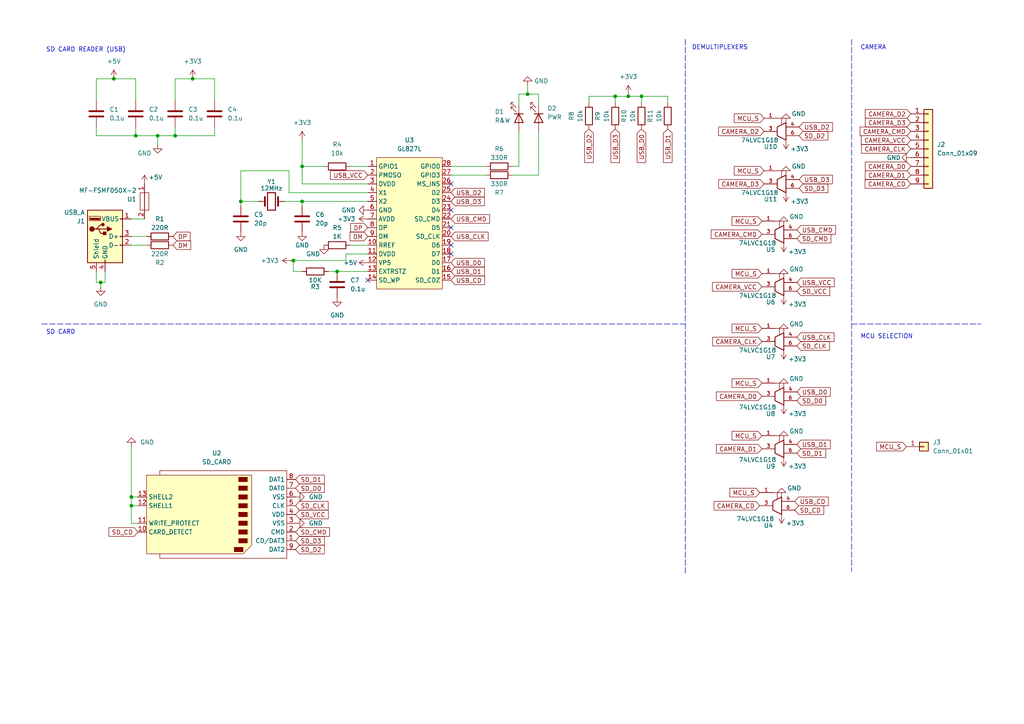
<source format=kicad_sch>
(kicad_sch (version 20211123) (generator eeschema)

  (uuid e63e39d7-6ac0-4ffd-8aa3-1841a4541b55)

  (paper "A4")

  (title_block
    (title "BAYKAR CHALLENGE 2")
    (company "ALPEREN EROĞLU")
  )

  (lib_symbols
    (symbol "74xGxx:74LVC1G18" (pin_names (offset 1.016)) (in_bom yes) (on_board yes)
      (property "Reference" "U" (id 0) (at -2.54 3.81 0)
        (effects (font (size 1.27 1.27)))
      )
      (property "Value" "74LVC1G18" (id 1) (at 0 -5.08 0)
        (effects (font (size 1.27 1.27)))
      )
      (property "Footprint" "" (id 2) (at 0 0 0)
        (effects (font (size 1.27 1.27)) hide)
      )
      (property "Datasheet" "http://www.ti.com/lit/sg/scyt129e/scyt129e.pdf" (id 3) (at 0 0 0)
        (effects (font (size 1.27 1.27)) hide)
      )
      (property "ki_keywords" "Single Demux LVC CMOS" (id 4) (at 0 0 0)
        (effects (font (size 1.27 1.27)) hide)
      )
      (property "ki_description" "Single Demultiplexer, Low-Voltage CMOS" (id 5) (at 0 0 0)
        (effects (font (size 1.27 1.27)) hide)
      )
      (property "ki_fp_filters" "SOT* SG-*" (id 6) (at 0 0 0)
        (effects (font (size 1.27 1.27)) hide)
      )
      (symbol "74LVC1G18_0_1"
        (polyline
          (pts
            (xy -1.27 -3.81)
            (xy 0 -3.81)
            (xy 0 -1.905)
          )
          (stroke (width 0) (type default) (color 0 0 0 0))
          (fill (type none))
        )
        (polyline
          (pts
            (xy -1.27 1.27)
            (xy -1.27 -1.27)
            (xy 1.27 -2.54)
            (xy 1.27 -0.635)
            (xy 1.27 0)
            (xy 1.27 0.635)
            (xy 1.27 2.54)
            (xy -1.27 1.27)
          )
          (stroke (width 0.254) (type default) (color 0 0 0 0))
          (fill (type none))
        )
      )
      (symbol "74LVC1G18_1_1"
        (pin input line (at -5.08 -3.81 0) (length 3.81)
          (name "~" (effects (font (size 1.016 1.016))))
          (number "1" (effects (font (size 1.016 1.016))))
        )
        (pin power_in line (at 1.27 -2.54 270) (length 0) hide
          (name "GND" (effects (font (size 1.016 1.016))))
          (number "2" (effects (font (size 1.016 1.016))))
        )
        (pin input line (at -5.08 0 0) (length 3.81)
          (name "~" (effects (font (size 1.016 1.016))))
          (number "3" (effects (font (size 1.016 1.016))))
        )
        (pin tri_state line (at 5.08 -1.27 180) (length 3.81)
          (name "~" (effects (font (size 1.016 1.016))))
          (number "4" (effects (font (size 1.016 1.016))))
        )
        (pin power_in line (at 1.27 2.54 90) (length 0) hide
          (name "VCC" (effects (font (size 1.016 1.016))))
          (number "5" (effects (font (size 1.016 1.016))))
        )
        (pin tri_state line (at 5.08 1.27 180) (length 3.81)
          (name "~" (effects (font (size 1.016 1.016))))
          (number "6" (effects (font (size 1.016 1.016))))
        )
      )
    )
    (symbol "BYKR:GL827L" (in_bom yes) (on_board yes)
      (property "Reference" "U" (id 0) (at -7.62 11.43 0)
        (effects (font (size 1.27 1.27)))
      )
      (property "Value" "GL827L" (id 1) (at 6.35 11.43 0)
        (effects (font (size 1.27 1.27)))
      )
      (property "Footprint" "" (id 2) (at 0 0 0)
        (effects (font (size 1.27 1.27)) hide)
      )
      (property "Datasheet" "" (id 3) (at 0 0 0)
        (effects (font (size 1.27 1.27)) hide)
      )
      (symbol "GL827L_0_1"
        (rectangle (start -8.89 10.16) (end 10.16 -27.94)
          (stroke (width 0) (type default) (color 0 0 0 0))
          (fill (type background))
        )
      )
      (symbol "GL827L_1_1"
        (pin bidirectional line (at -11.43 7.62 0) (length 2.54)
          (name "GPIO1" (effects (font (size 1.27 1.27))))
          (number "1" (effects (font (size 1.27 1.27))))
        )
        (pin output line (at -11.43 -15.24 0) (length 2.54)
          (name "RREF" (effects (font (size 1.27 1.27))))
          (number "10" (effects (font (size 1.27 1.27))))
        )
        (pin input line (at -11.43 -17.78 0) (length 2.54)
          (name "DVDD" (effects (font (size 1.27 1.27))))
          (number "11" (effects (font (size 1.27 1.27))))
        )
        (pin input line (at -11.43 -20.32 0) (length 2.54)
          (name "VP5" (effects (font (size 1.27 1.27))))
          (number "12" (effects (font (size 1.27 1.27))))
        )
        (pin output line (at -11.43 -22.86 0) (length 2.54)
          (name "EXTRSTZ" (effects (font (size 1.27 1.27))))
          (number "13" (effects (font (size 1.27 1.27))))
        )
        (pin input line (at -11.43 -25.4 0) (length 2.54)
          (name "SD_WP" (effects (font (size 1.27 1.27))))
          (number "14" (effects (font (size 1.27 1.27))))
        )
        (pin input line (at 12.7 -25.4 180) (length 2.54)
          (name "SD_CDZ" (effects (font (size 1.27 1.27))))
          (number "15" (effects (font (size 1.27 1.27))))
        )
        (pin input line (at 12.7 -22.86 180) (length 2.54)
          (name "D1" (effects (font (size 1.27 1.27))))
          (number "16" (effects (font (size 1.27 1.27))))
        )
        (pin input line (at 12.7 -20.32 180) (length 2.54)
          (name "D0" (effects (font (size 1.27 1.27))))
          (number "17" (effects (font (size 1.27 1.27))))
        )
        (pin input line (at 12.7 -17.78 180) (length 2.54)
          (name "D7" (effects (font (size 1.27 1.27))))
          (number "18" (effects (font (size 1.27 1.27))))
        )
        (pin input line (at 12.7 -15.24 180) (length 2.54)
          (name "D6" (effects (font (size 1.27 1.27))))
          (number "19" (effects (font (size 1.27 1.27))))
        )
        (pin input line (at -11.43 5.08 0) (length 2.54)
          (name "PMOSO" (effects (font (size 1.27 1.27))))
          (number "2" (effects (font (size 1.27 1.27))))
        )
        (pin output line (at 12.7 -12.7 180) (length 2.54)
          (name "SD_CLK" (effects (font (size 1.27 1.27))))
          (number "20" (effects (font (size 1.27 1.27))))
        )
        (pin input line (at 12.7 -10.16 180) (length 2.54)
          (name "D5" (effects (font (size 1.27 1.27))))
          (number "21" (effects (font (size 1.27 1.27))))
        )
        (pin output line (at 12.7 -7.62 180) (length 2.54)
          (name "SD_CMD" (effects (font (size 1.27 1.27))))
          (number "22" (effects (font (size 1.27 1.27))))
        )
        (pin input line (at 12.7 -5.08 180) (length 2.54)
          (name "D4" (effects (font (size 1.27 1.27))))
          (number "23" (effects (font (size 1.27 1.27))))
        )
        (pin input line (at 12.7 -2.54 180) (length 2.54)
          (name "D3" (effects (font (size 1.27 1.27))))
          (number "24" (effects (font (size 1.27 1.27))))
        )
        (pin input line (at 12.7 0 180) (length 2.54)
          (name "D2" (effects (font (size 1.27 1.27))))
          (number "25" (effects (font (size 1.27 1.27))))
        )
        (pin output line (at 12.7 2.54 180) (length 2.54)
          (name "MS_INS" (effects (font (size 1.27 1.27))))
          (number "26" (effects (font (size 1.27 1.27))))
        )
        (pin bidirectional line (at 12.7 5.08 180) (length 2.54)
          (name "GPIO3" (effects (font (size 1.27 1.27))))
          (number "27" (effects (font (size 1.27 1.27))))
        )
        (pin bidirectional line (at 12.7 7.62 180) (length 2.54)
          (name "GPIO0" (effects (font (size 1.27 1.27))))
          (number "28" (effects (font (size 1.27 1.27))))
        )
        (pin input line (at -11.43 2.54 0) (length 2.54)
          (name "DVDD" (effects (font (size 1.27 1.27))))
          (number "3" (effects (font (size 1.27 1.27))))
        )
        (pin output line (at -11.43 0 0) (length 2.54)
          (name "X1" (effects (font (size 1.27 1.27))))
          (number "4" (effects (font (size 1.27 1.27))))
        )
        (pin output line (at -11.43 -2.54 0) (length 2.54)
          (name "X2" (effects (font (size 1.27 1.27))))
          (number "5" (effects (font (size 1.27 1.27))))
        )
        (pin power_out line (at -11.43 -5.08 0) (length 2.54)
          (name "GND" (effects (font (size 1.27 1.27))))
          (number "6" (effects (font (size 1.27 1.27))))
        )
        (pin power_in line (at -11.43 -7.62 0) (length 2.54)
          (name "AVDD" (effects (font (size 1.27 1.27))))
          (number "7" (effects (font (size 1.27 1.27))))
        )
        (pin output line (at -11.43 -10.16 0) (length 2.54)
          (name "DP" (effects (font (size 1.27 1.27))))
          (number "8" (effects (font (size 1.27 1.27))))
        )
        (pin output line (at -11.43 -12.7 0) (length 2.54)
          (name "DM" (effects (font (size 1.27 1.27))))
          (number "9" (effects (font (size 1.27 1.27))))
        )
      )
    )
    (symbol "BYKR:MF-FSMF050X-2" (in_bom yes) (on_board yes)
      (property "Reference" "U" (id 0) (at 2.54 -1.27 0)
        (effects (font (size 1.27 1.27)))
      )
      (property "Value" "MF-FSMF050X-2" (id 1) (at 10.16 1.27 0)
        (effects (font (size 1.27 1.27)))
      )
      (property "Footprint" "" (id 2) (at 0 0 0)
        (effects (font (size 1.27 1.27)) hide)
      )
      (property "Datasheet" "" (id 3) (at 0 0 0)
        (effects (font (size 1.27 1.27)) hide)
      )
      (symbol "MF-FSMF050X-2_0_1"
        (rectangle (start -1.27 2.54) (end 0 -2.54)
          (stroke (width 0) (type default) (color 0 0 0 0))
          (fill (type none))
        )
        (rectangle (start 0 -2.54) (end 1.27 2.54)
          (stroke (width 0) (type default) (color 0 0 0 0))
          (fill (type none))
        )
      )
      (symbol "MF-FSMF050X-2_1_1"
        (pin passive line (at 0 5.08 270) (length 2.54)
          (name "" (effects (font (size 1.27 1.27))))
          (number "1" (effects (font (size 1.27 1.27))))
        )
        (pin passive line (at 0 -5.08 90) (length 2.54)
          (name "" (effects (font (size 1.27 1.27))))
          (number "2" (effects (font (size 1.27 1.27))))
        )
      )
    )
    (symbol "BYKR:SD_CARD" (in_bom yes) (on_board yes)
      (property "Reference" "U" (id 0) (at -15.24 -13.97 0)
        (effects (font (size 1.27 1.27)))
      )
      (property "Value" "SD_CARD" (id 1) (at 15.24 -13.97 0)
        (effects (font (size 1.27 1.27)))
      )
      (property "Footprint" "" (id 2) (at 0 0 0)
        (effects (font (size 1.27 1.27)) hide)
      )
      (property "Datasheet" "" (id 3) (at 0 0 0)
        (effects (font (size 1.27 1.27)) hide)
      )
      (symbol "SD_CARD_0_1"
        (rectangle (start -5.08 -9.525) (end -2.54 -10.795)
          (stroke (width 0) (type default) (color 0 0 0 0))
          (fill (type outline))
        )
        (rectangle (start -5.08 -6.985) (end -2.54 -8.255)
          (stroke (width 0) (type default) (color 0 0 0 0))
          (fill (type outline))
        )
        (rectangle (start -5.08 -4.445) (end -2.54 -5.715)
          (stroke (width 0) (type default) (color 0 0 0 0))
          (fill (type outline))
        )
        (rectangle (start -5.08 -1.905) (end -2.54 -3.175)
          (stroke (width 0) (type default) (color 0 0 0 0))
          (fill (type outline))
        )
        (rectangle (start -5.08 0.635) (end -2.54 -0.635)
          (stroke (width 0) (type default) (color 0 0 0 0))
          (fill (type outline))
        )
        (rectangle (start -5.08 3.175) (end -2.54 1.905)
          (stroke (width 0) (type default) (color 0 0 0 0))
          (fill (type outline))
        )
        (rectangle (start -5.08 5.715) (end -2.54 4.445)
          (stroke (width 0) (type default) (color 0 0 0 0))
          (fill (type outline))
        )
        (rectangle (start -5.08 8.255) (end -2.54 6.985)
          (stroke (width 0) (type default) (color 0 0 0 0))
          (fill (type outline))
        )
        (rectangle (start -3.81 10.795) (end -1.27 9.525)
          (stroke (width 0) (type default) (color 0 0 0 0))
          (fill (type outline))
        )
        (polyline
          (pts
            (xy -6.35 8.89)
            (xy -3.81 11.43)
            (xy 24.13 11.43)
            (xy 24.13 -11.43)
            (xy -6.35 -11.43)
            (xy -6.35 8.89)
          )
          (stroke (width 0) (type default) (color 0 0 0 0))
          (fill (type background))
        )
        (polyline
          (pts
            (xy 20.32 11.43)
            (xy 20.32 12.7)
            (xy -16.51 12.7)
            (xy -16.51 -12.7)
            (xy 20.32 -12.7)
            (xy 20.32 -11.43)
          )
          (stroke (width 0) (type default) (color 0 0 0 0))
          (fill (type none))
        )
      )
      (symbol "SD_CARD_1_1"
        (pin input line (at -19.05 7.62 0) (length 2.54)
          (name "CD/DAT3" (effects (font (size 1.27 1.27))))
          (number "1" (effects (font (size 1.27 1.27))))
        )
        (pin input line (at 26.67 5.08 180) (length 2.54)
          (name "CARD_DETECT" (effects (font (size 1.27 1.27))))
          (number "10" (effects (font (size 1.27 1.27))))
        )
        (pin input line (at 26.67 2.54 180) (length 2.54)
          (name "WRITE_PROTECT" (effects (font (size 1.27 1.27))))
          (number "11" (effects (font (size 1.27 1.27))))
        )
        (pin input line (at 26.67 -2.54 180) (length 2.54)
          (name "SHELL1" (effects (font (size 1.27 1.27))))
          (number "12" (effects (font (size 1.27 1.27))))
        )
        (pin input line (at 26.67 -5.08 180) (length 2.54)
          (name "SHELL2" (effects (font (size 1.27 1.27))))
          (number "13" (effects (font (size 1.27 1.27))))
        )
        (pin input line (at -19.05 5.08 0) (length 2.54)
          (name "CMD" (effects (font (size 1.27 1.27))))
          (number "2" (effects (font (size 1.27 1.27))))
        )
        (pin power_in line (at -19.05 2.54 0) (length 2.54)
          (name "VSS" (effects (font (size 1.27 1.27))))
          (number "3" (effects (font (size 1.27 1.27))))
        )
        (pin power_in line (at -19.05 0 0) (length 2.54)
          (name "VDD" (effects (font (size 1.27 1.27))))
          (number "4" (effects (font (size 1.27 1.27))))
        )
        (pin input line (at -19.05 -2.54 0) (length 2.54)
          (name "CLK" (effects (font (size 1.27 1.27))))
          (number "5" (effects (font (size 1.27 1.27))))
        )
        (pin power_in line (at -19.05 -5.08 0) (length 2.54)
          (name "VSS" (effects (font (size 1.27 1.27))))
          (number "6" (effects (font (size 1.27 1.27))))
        )
        (pin input line (at -19.05 -7.62 0) (length 2.54)
          (name "DAT0" (effects (font (size 1.27 1.27))))
          (number "7" (effects (font (size 1.27 1.27))))
        )
        (pin input line (at -19.05 -10.16 0) (length 2.54)
          (name "DAT1" (effects (font (size 1.27 1.27))))
          (number "8" (effects (font (size 1.27 1.27))))
        )
        (pin input line (at -19.05 10.16 0) (length 2.54)
          (name "DAT2" (effects (font (size 1.27 1.27))))
          (number "9" (effects (font (size 1.27 1.27))))
        )
      )
    )
    (symbol "Connector:USB_A" (pin_names (offset 1.016)) (in_bom yes) (on_board yes)
      (property "Reference" "J" (id 0) (at -5.08 11.43 0)
        (effects (font (size 1.27 1.27)) (justify left))
      )
      (property "Value" "USB_A" (id 1) (at -5.08 8.89 0)
        (effects (font (size 1.27 1.27)) (justify left))
      )
      (property "Footprint" "" (id 2) (at 3.81 -1.27 0)
        (effects (font (size 1.27 1.27)) hide)
      )
      (property "Datasheet" " ~" (id 3) (at 3.81 -1.27 0)
        (effects (font (size 1.27 1.27)) hide)
      )
      (property "ki_keywords" "connector USB" (id 4) (at 0 0 0)
        (effects (font (size 1.27 1.27)) hide)
      )
      (property "ki_description" "USB Type A connector" (id 5) (at 0 0 0)
        (effects (font (size 1.27 1.27)) hide)
      )
      (property "ki_fp_filters" "USB*" (id 6) (at 0 0 0)
        (effects (font (size 1.27 1.27)) hide)
      )
      (symbol "USB_A_0_1"
        (rectangle (start -5.08 -7.62) (end 5.08 7.62)
          (stroke (width 0.254) (type default) (color 0 0 0 0))
          (fill (type background))
        )
        (circle (center -3.81 2.159) (radius 0.635)
          (stroke (width 0.254) (type default) (color 0 0 0 0))
          (fill (type outline))
        )
        (rectangle (start -1.524 4.826) (end -4.318 5.334)
          (stroke (width 0) (type default) (color 0 0 0 0))
          (fill (type outline))
        )
        (rectangle (start -1.27 4.572) (end -4.572 5.842)
          (stroke (width 0) (type default) (color 0 0 0 0))
          (fill (type none))
        )
        (circle (center -0.635 3.429) (radius 0.381)
          (stroke (width 0.254) (type default) (color 0 0 0 0))
          (fill (type outline))
        )
        (rectangle (start -0.127 -7.62) (end 0.127 -6.858)
          (stroke (width 0) (type default) (color 0 0 0 0))
          (fill (type none))
        )
        (polyline
          (pts
            (xy -3.175 2.159)
            (xy -2.54 2.159)
            (xy -1.27 3.429)
            (xy -0.635 3.429)
          )
          (stroke (width 0.254) (type default) (color 0 0 0 0))
          (fill (type none))
        )
        (polyline
          (pts
            (xy -2.54 2.159)
            (xy -1.905 2.159)
            (xy -1.27 0.889)
            (xy 0 0.889)
          )
          (stroke (width 0.254) (type default) (color 0 0 0 0))
          (fill (type none))
        )
        (polyline
          (pts
            (xy 0.635 2.794)
            (xy 0.635 1.524)
            (xy 1.905 2.159)
            (xy 0.635 2.794)
          )
          (stroke (width 0.254) (type default) (color 0 0 0 0))
          (fill (type outline))
        )
        (rectangle (start 0.254 1.27) (end -0.508 0.508)
          (stroke (width 0.254) (type default) (color 0 0 0 0))
          (fill (type outline))
        )
        (rectangle (start 5.08 -2.667) (end 4.318 -2.413)
          (stroke (width 0) (type default) (color 0 0 0 0))
          (fill (type none))
        )
        (rectangle (start 5.08 -0.127) (end 4.318 0.127)
          (stroke (width 0) (type default) (color 0 0 0 0))
          (fill (type none))
        )
        (rectangle (start 5.08 4.953) (end 4.318 5.207)
          (stroke (width 0) (type default) (color 0 0 0 0))
          (fill (type none))
        )
      )
      (symbol "USB_A_1_1"
        (polyline
          (pts
            (xy -1.905 2.159)
            (xy 0.635 2.159)
          )
          (stroke (width 0.254) (type default) (color 0 0 0 0))
          (fill (type none))
        )
        (pin power_in line (at 7.62 5.08 180) (length 2.54)
          (name "VBUS" (effects (font (size 1.27 1.27))))
          (number "1" (effects (font (size 1.27 1.27))))
        )
        (pin bidirectional line (at 7.62 -2.54 180) (length 2.54)
          (name "D-" (effects (font (size 1.27 1.27))))
          (number "2" (effects (font (size 1.27 1.27))))
        )
        (pin bidirectional line (at 7.62 0 180) (length 2.54)
          (name "D+" (effects (font (size 1.27 1.27))))
          (number "3" (effects (font (size 1.27 1.27))))
        )
        (pin power_in line (at 0 -10.16 90) (length 2.54)
          (name "GND" (effects (font (size 1.27 1.27))))
          (number "4" (effects (font (size 1.27 1.27))))
        )
        (pin passive line (at -2.54 -10.16 90) (length 2.54)
          (name "Shield" (effects (font (size 1.27 1.27))))
          (number "5" (effects (font (size 1.27 1.27))))
        )
      )
    )
    (symbol "Connector_Generic:Conn_01x01" (pin_names (offset 1.016) hide) (in_bom yes) (on_board yes)
      (property "Reference" "J" (id 0) (at 0 2.54 0)
        (effects (font (size 1.27 1.27)))
      )
      (property "Value" "Conn_01x01" (id 1) (at 0 -2.54 0)
        (effects (font (size 1.27 1.27)))
      )
      (property "Footprint" "" (id 2) (at 0 0 0)
        (effects (font (size 1.27 1.27)) hide)
      )
      (property "Datasheet" "~" (id 3) (at 0 0 0)
        (effects (font (size 1.27 1.27)) hide)
      )
      (property "ki_keywords" "connector" (id 4) (at 0 0 0)
        (effects (font (size 1.27 1.27)) hide)
      )
      (property "ki_description" "Generic connector, single row, 01x01, script generated (kicad-library-utils/schlib/autogen/connector/)" (id 5) (at 0 0 0)
        (effects (font (size 1.27 1.27)) hide)
      )
      (property "ki_fp_filters" "Connector*:*_1x??_*" (id 6) (at 0 0 0)
        (effects (font (size 1.27 1.27)) hide)
      )
      (symbol "Conn_01x01_1_1"
        (rectangle (start -1.27 0.127) (end 0 -0.127)
          (stroke (width 0.1524) (type default) (color 0 0 0 0))
          (fill (type none))
        )
        (rectangle (start -1.27 1.27) (end 1.27 -1.27)
          (stroke (width 0.254) (type default) (color 0 0 0 0))
          (fill (type background))
        )
        (pin passive line (at -5.08 0 0) (length 3.81)
          (name "Pin_1" (effects (font (size 1.27 1.27))))
          (number "1" (effects (font (size 1.27 1.27))))
        )
      )
    )
    (symbol "Device:Crystal" (pin_numbers hide) (pin_names (offset 1.016) hide) (in_bom yes) (on_board yes)
      (property "Reference" "Y" (id 0) (at 0 3.81 0)
        (effects (font (size 1.27 1.27)))
      )
      (property "Value" "Crystal" (id 1) (at 0 -3.81 0)
        (effects (font (size 1.27 1.27)))
      )
      (property "Footprint" "" (id 2) (at 0 0 0)
        (effects (font (size 1.27 1.27)) hide)
      )
      (property "Datasheet" "~" (id 3) (at 0 0 0)
        (effects (font (size 1.27 1.27)) hide)
      )
      (property "ki_keywords" "quartz ceramic resonator oscillator" (id 4) (at 0 0 0)
        (effects (font (size 1.27 1.27)) hide)
      )
      (property "ki_description" "Two pin crystal" (id 5) (at 0 0 0)
        (effects (font (size 1.27 1.27)) hide)
      )
      (property "ki_fp_filters" "Crystal*" (id 6) (at 0 0 0)
        (effects (font (size 1.27 1.27)) hide)
      )
      (symbol "Crystal_0_1"
        (rectangle (start -1.143 2.54) (end 1.143 -2.54)
          (stroke (width 0.3048) (type default) (color 0 0 0 0))
          (fill (type none))
        )
        (polyline
          (pts
            (xy -2.54 0)
            (xy -1.905 0)
          )
          (stroke (width 0) (type default) (color 0 0 0 0))
          (fill (type none))
        )
        (polyline
          (pts
            (xy -1.905 -1.27)
            (xy -1.905 1.27)
          )
          (stroke (width 0.508) (type default) (color 0 0 0 0))
          (fill (type none))
        )
        (polyline
          (pts
            (xy 1.905 -1.27)
            (xy 1.905 1.27)
          )
          (stroke (width 0.508) (type default) (color 0 0 0 0))
          (fill (type none))
        )
        (polyline
          (pts
            (xy 2.54 0)
            (xy 1.905 0)
          )
          (stroke (width 0) (type default) (color 0 0 0 0))
          (fill (type none))
        )
      )
      (symbol "Crystal_1_1"
        (pin passive line (at -3.81 0 0) (length 1.27)
          (name "1" (effects (font (size 1.27 1.27))))
          (number "1" (effects (font (size 1.27 1.27))))
        )
        (pin passive line (at 3.81 0 180) (length 1.27)
          (name "2" (effects (font (size 1.27 1.27))))
          (number "2" (effects (font (size 1.27 1.27))))
        )
      )
    )
    (symbol "Device:LED" (pin_numbers hide) (pin_names (offset 1.016) hide) (in_bom yes) (on_board yes)
      (property "Reference" "D" (id 0) (at 0 2.54 0)
        (effects (font (size 1.27 1.27)))
      )
      (property "Value" "LED" (id 1) (at 0 -2.54 0)
        (effects (font (size 1.27 1.27)))
      )
      (property "Footprint" "" (id 2) (at 0 0 0)
        (effects (font (size 1.27 1.27)) hide)
      )
      (property "Datasheet" "~" (id 3) (at 0 0 0)
        (effects (font (size 1.27 1.27)) hide)
      )
      (property "ki_keywords" "LED diode" (id 4) (at 0 0 0)
        (effects (font (size 1.27 1.27)) hide)
      )
      (property "ki_description" "Light emitting diode" (id 5) (at 0 0 0)
        (effects (font (size 1.27 1.27)) hide)
      )
      (property "ki_fp_filters" "LED* LED_SMD:* LED_THT:*" (id 6) (at 0 0 0)
        (effects (font (size 1.27 1.27)) hide)
      )
      (symbol "LED_0_1"
        (polyline
          (pts
            (xy -1.27 -1.27)
            (xy -1.27 1.27)
          )
          (stroke (width 0.254) (type default) (color 0 0 0 0))
          (fill (type none))
        )
        (polyline
          (pts
            (xy -1.27 0)
            (xy 1.27 0)
          )
          (stroke (width 0) (type default) (color 0 0 0 0))
          (fill (type none))
        )
        (polyline
          (pts
            (xy 1.27 -1.27)
            (xy 1.27 1.27)
            (xy -1.27 0)
            (xy 1.27 -1.27)
          )
          (stroke (width 0.254) (type default) (color 0 0 0 0))
          (fill (type none))
        )
        (polyline
          (pts
            (xy -3.048 -0.762)
            (xy -4.572 -2.286)
            (xy -3.81 -2.286)
            (xy -4.572 -2.286)
            (xy -4.572 -1.524)
          )
          (stroke (width 0) (type default) (color 0 0 0 0))
          (fill (type none))
        )
        (polyline
          (pts
            (xy -1.778 -0.762)
            (xy -3.302 -2.286)
            (xy -2.54 -2.286)
            (xy -3.302 -2.286)
            (xy -3.302 -1.524)
          )
          (stroke (width 0) (type default) (color 0 0 0 0))
          (fill (type none))
        )
      )
      (symbol "LED_1_1"
        (pin passive line (at -3.81 0 0) (length 2.54)
          (name "K" (effects (font (size 1.27 1.27))))
          (number "1" (effects (font (size 1.27 1.27))))
        )
        (pin passive line (at 3.81 0 180) (length 2.54)
          (name "A" (effects (font (size 1.27 1.27))))
          (number "2" (effects (font (size 1.27 1.27))))
        )
      )
    )
    (symbol "Device:R" (pin_numbers hide) (pin_names (offset 0)) (in_bom yes) (on_board yes)
      (property "Reference" "R" (id 0) (at 2.032 0 90)
        (effects (font (size 1.27 1.27)))
      )
      (property "Value" "R" (id 1) (at 0 0 90)
        (effects (font (size 1.27 1.27)))
      )
      (property "Footprint" "" (id 2) (at -1.778 0 90)
        (effects (font (size 1.27 1.27)) hide)
      )
      (property "Datasheet" "~" (id 3) (at 0 0 0)
        (effects (font (size 1.27 1.27)) hide)
      )
      (property "ki_keywords" "R res resistor" (id 4) (at 0 0 0)
        (effects (font (size 1.27 1.27)) hide)
      )
      (property "ki_description" "Resistor" (id 5) (at 0 0 0)
        (effects (font (size 1.27 1.27)) hide)
      )
      (property "ki_fp_filters" "R_*" (id 6) (at 0 0 0)
        (effects (font (size 1.27 1.27)) hide)
      )
      (symbol "R_0_1"
        (rectangle (start -1.016 -2.54) (end 1.016 2.54)
          (stroke (width 0.254) (type default) (color 0 0 0 0))
          (fill (type none))
        )
      )
      (symbol "R_1_1"
        (pin passive line (at 0 3.81 270) (length 1.27)
          (name "~" (effects (font (size 1.27 1.27))))
          (number "1" (effects (font (size 1.27 1.27))))
        )
        (pin passive line (at 0 -3.81 90) (length 1.27)
          (name "~" (effects (font (size 1.27 1.27))))
          (number "2" (effects (font (size 1.27 1.27))))
        )
      )
    )
    (symbol "LFT_Cap:C" (pin_numbers hide) (pin_names (offset 0.254)) (in_bom yes) (on_board yes)
      (property "Reference" "C" (id 0) (at 0.635 2.54 0)
        (effects (font (size 1.27 1.27)) (justify left))
      )
      (property "Value" "C" (id 1) (at 0.635 -2.54 0)
        (effects (font (size 1.27 1.27)) (justify left))
      )
      (property "Footprint" "LFT_Cap:C_0805_2012Metric" (id 2) (at 0.9652 -3.81 0)
        (effects (font (size 1.27 1.27)) hide)
      )
      (property "Datasheet" "~" (id 3) (at 0 0 0)
        (effects (font (size 1.27 1.27)) hide)
      )
      (property "ki_keywords" "cap capacitor 0805" (id 4) (at 0 0 0)
        (effects (font (size 1.27 1.27)) hide)
      )
      (property "ki_description" "capacitor 0805 2012 Metric" (id 5) (at 0 0 0)
        (effects (font (size 1.27 1.27)) hide)
      )
      (property "ki_fp_filters" "C_*" (id 6) (at 0 0 0)
        (effects (font (size 1.27 1.27)) hide)
      )
      (symbol "C_0_1"
        (polyline
          (pts
            (xy -2.032 -0.762)
            (xy 2.032 -0.762)
          )
          (stroke (width 0.508) (type default) (color 0 0 0 0))
          (fill (type none))
        )
        (polyline
          (pts
            (xy -2.032 0.762)
            (xy 2.032 0.762)
          )
          (stroke (width 0.508) (type default) (color 0 0 0 0))
          (fill (type none))
        )
      )
      (symbol "C_1_1"
        (pin passive line (at 0 3.81 270) (length 2.794)
          (name "~" (effects (font (size 1.27 1.27))))
          (number "1" (effects (font (size 1.27 1.27))))
        )
        (pin passive line (at 0 -3.81 90) (length 2.794)
          (name "~" (effects (font (size 1.27 1.27))))
          (number "2" (effects (font (size 1.27 1.27))))
        )
      )
    )
    (symbol "LFT_Conn:Conn_01x09" (pin_names (offset 1.016) hide) (in_bom yes) (on_board yes)
      (property "Reference" "J" (id 0) (at 0 12.7 0)
        (effects (font (size 1.27 1.27)))
      )
      (property "Value" "Conn_01x09" (id 1) (at 0 -12.7 0)
        (effects (font (size 1.27 1.27)))
      )
      (property "Footprint" "" (id 2) (at 0 0 0)
        (effects (font (size 1.27 1.27)) hide)
      )
      (property "Datasheet" "~" (id 3) (at 0 0 0)
        (effects (font (size 1.27 1.27)) hide)
      )
      (property "ki_keywords" "connector" (id 4) (at 0 0 0)
        (effects (font (size 1.27 1.27)) hide)
      )
      (property "ki_description" "Generic connector, single row, 01x09, script generated (kicad-library-utils/schlib/autogen/connector/)" (id 5) (at 0 0 0)
        (effects (font (size 1.27 1.27)) hide)
      )
      (property "ki_fp_filters" "Connector*:*_1x??_*" (id 6) (at 0 0 0)
        (effects (font (size 1.27 1.27)) hide)
      )
      (symbol "Conn_01x09_1_1"
        (rectangle (start -1.27 -10.033) (end 0 -10.287)
          (stroke (width 0.1524) (type default) (color 0 0 0 0))
          (fill (type none))
        )
        (rectangle (start -1.27 -7.493) (end 0 -7.747)
          (stroke (width 0.1524) (type default) (color 0 0 0 0))
          (fill (type none))
        )
        (rectangle (start -1.27 -4.953) (end 0 -5.207)
          (stroke (width 0.1524) (type default) (color 0 0 0 0))
          (fill (type none))
        )
        (rectangle (start -1.27 -2.413) (end 0 -2.667)
          (stroke (width 0.1524) (type default) (color 0 0 0 0))
          (fill (type none))
        )
        (rectangle (start -1.27 0.127) (end 0 -0.127)
          (stroke (width 0.1524) (type default) (color 0 0 0 0))
          (fill (type none))
        )
        (rectangle (start -1.27 2.667) (end 0 2.413)
          (stroke (width 0.1524) (type default) (color 0 0 0 0))
          (fill (type none))
        )
        (rectangle (start -1.27 5.207) (end 0 4.953)
          (stroke (width 0.1524) (type default) (color 0 0 0 0))
          (fill (type none))
        )
        (rectangle (start -1.27 7.747) (end 0 7.493)
          (stroke (width 0.1524) (type default) (color 0 0 0 0))
          (fill (type none))
        )
        (rectangle (start -1.27 10.287) (end 0 10.033)
          (stroke (width 0.1524) (type default) (color 0 0 0 0))
          (fill (type none))
        )
        (rectangle (start -1.27 11.43) (end 1.27 -11.43)
          (stroke (width 0.254) (type default) (color 0 0 0 0))
          (fill (type background))
        )
        (pin passive line (at -5.08 10.16 0) (length 3.81)
          (name "Pin_1" (effects (font (size 1.27 1.27))))
          (number "1" (effects (font (size 1.27 1.27))))
        )
        (pin passive line (at -5.08 7.62 0) (length 3.81)
          (name "Pin_2" (effects (font (size 1.27 1.27))))
          (number "2" (effects (font (size 1.27 1.27))))
        )
        (pin passive line (at -5.08 5.08 0) (length 3.81)
          (name "Pin_3" (effects (font (size 1.27 1.27))))
          (number "3" (effects (font (size 1.27 1.27))))
        )
        (pin passive line (at -5.08 2.54 0) (length 3.81)
          (name "Pin_4" (effects (font (size 1.27 1.27))))
          (number "4" (effects (font (size 1.27 1.27))))
        )
        (pin passive line (at -5.08 0 0) (length 3.81)
          (name "Pin_5" (effects (font (size 1.27 1.27))))
          (number "5" (effects (font (size 1.27 1.27))))
        )
        (pin passive line (at -5.08 -2.54 0) (length 3.81)
          (name "Pin_6" (effects (font (size 1.27 1.27))))
          (number "6" (effects (font (size 1.27 1.27))))
        )
        (pin passive line (at -5.08 -5.08 0) (length 3.81)
          (name "Pin_7" (effects (font (size 1.27 1.27))))
          (number "7" (effects (font (size 1.27 1.27))))
        )
        (pin passive line (at -5.08 -7.62 0) (length 3.81)
          (name "Pin_8" (effects (font (size 1.27 1.27))))
          (number "8" (effects (font (size 1.27 1.27))))
        )
        (pin passive line (at -5.08 -10.16 0) (length 3.81)
          (name "Pin_9" (effects (font (size 1.27 1.27))))
          (number "9" (effects (font (size 1.27 1.27))))
        )
      )
    )
    (symbol "power:+3V3" (power) (pin_names (offset 0)) (in_bom yes) (on_board yes)
      (property "Reference" "#PWR" (id 0) (at 0 -3.81 0)
        (effects (font (size 1.27 1.27)) hide)
      )
      (property "Value" "+3V3" (id 1) (at 0 3.556 0)
        (effects (font (size 1.27 1.27)))
      )
      (property "Footprint" "" (id 2) (at 0 0 0)
        (effects (font (size 1.27 1.27)) hide)
      )
      (property "Datasheet" "" (id 3) (at 0 0 0)
        (effects (font (size 1.27 1.27)) hide)
      )
      (property "ki_keywords" "power-flag" (id 4) (at 0 0 0)
        (effects (font (size 1.27 1.27)) hide)
      )
      (property "ki_description" "Power symbol creates a global label with name \"+3V3\"" (id 5) (at 0 0 0)
        (effects (font (size 1.27 1.27)) hide)
      )
      (symbol "+3V3_0_1"
        (polyline
          (pts
            (xy -0.762 1.27)
            (xy 0 2.54)
          )
          (stroke (width 0) (type default) (color 0 0 0 0))
          (fill (type none))
        )
        (polyline
          (pts
            (xy 0 0)
            (xy 0 2.54)
          )
          (stroke (width 0) (type default) (color 0 0 0 0))
          (fill (type none))
        )
        (polyline
          (pts
            (xy 0 2.54)
            (xy 0.762 1.27)
          )
          (stroke (width 0) (type default) (color 0 0 0 0))
          (fill (type none))
        )
      )
      (symbol "+3V3_1_1"
        (pin power_in line (at 0 0 90) (length 0) hide
          (name "+3V3" (effects (font (size 1.27 1.27))))
          (number "1" (effects (font (size 1.27 1.27))))
        )
      )
    )
    (symbol "power:+5V" (power) (pin_names (offset 0)) (in_bom yes) (on_board yes)
      (property "Reference" "#PWR" (id 0) (at 0 -3.81 0)
        (effects (font (size 1.27 1.27)) hide)
      )
      (property "Value" "+5V" (id 1) (at 0 3.556 0)
        (effects (font (size 1.27 1.27)))
      )
      (property "Footprint" "" (id 2) (at 0 0 0)
        (effects (font (size 1.27 1.27)) hide)
      )
      (property "Datasheet" "" (id 3) (at 0 0 0)
        (effects (font (size 1.27 1.27)) hide)
      )
      (property "ki_keywords" "power-flag" (id 4) (at 0 0 0)
        (effects (font (size 1.27 1.27)) hide)
      )
      (property "ki_description" "Power symbol creates a global label with name \"+5V\"" (id 5) (at 0 0 0)
        (effects (font (size 1.27 1.27)) hide)
      )
      (symbol "+5V_0_1"
        (polyline
          (pts
            (xy -0.762 1.27)
            (xy 0 2.54)
          )
          (stroke (width 0) (type default) (color 0 0 0 0))
          (fill (type none))
        )
        (polyline
          (pts
            (xy 0 0)
            (xy 0 2.54)
          )
          (stroke (width 0) (type default) (color 0 0 0 0))
          (fill (type none))
        )
        (polyline
          (pts
            (xy 0 2.54)
            (xy 0.762 1.27)
          )
          (stroke (width 0) (type default) (color 0 0 0 0))
          (fill (type none))
        )
      )
      (symbol "+5V_1_1"
        (pin power_in line (at 0 0 90) (length 0) hide
          (name "+5V" (effects (font (size 1.27 1.27))))
          (number "1" (effects (font (size 1.27 1.27))))
        )
      )
    )
    (symbol "power:GND" (power) (pin_names (offset 0)) (in_bom yes) (on_board yes)
      (property "Reference" "#PWR" (id 0) (at 0 -6.35 0)
        (effects (font (size 1.27 1.27)) hide)
      )
      (property "Value" "GND" (id 1) (at 0 -3.81 0)
        (effects (font (size 1.27 1.27)))
      )
      (property "Footprint" "" (id 2) (at 0 0 0)
        (effects (font (size 1.27 1.27)) hide)
      )
      (property "Datasheet" "" (id 3) (at 0 0 0)
        (effects (font (size 1.27 1.27)) hide)
      )
      (property "ki_keywords" "power-flag" (id 4) (at 0 0 0)
        (effects (font (size 1.27 1.27)) hide)
      )
      (property "ki_description" "Power symbol creates a global label with name \"GND\" , ground" (id 5) (at 0 0 0)
        (effects (font (size 1.27 1.27)) hide)
      )
      (symbol "GND_0_1"
        (polyline
          (pts
            (xy 0 0)
            (xy 0 -1.27)
            (xy 1.27 -1.27)
            (xy 0 -2.54)
            (xy -1.27 -1.27)
            (xy 0 -1.27)
          )
          (stroke (width 0) (type default) (color 0 0 0 0))
          (fill (type none))
        )
      )
      (symbol "GND_1_1"
        (pin power_in line (at 0 0 270) (length 0) hide
          (name "GND" (effects (font (size 1.27 1.27))))
          (number "1" (effects (font (size 1.27 1.27))))
        )
      )
    )
  )

  (junction (at 69.85 58.42) (diameter 0) (color 0 0 0 0)
    (uuid 06824852-7b65-40de-94af-32ffde37f50b)
  )
  (junction (at 182.245 27.94) (diameter 0) (color 0 0 0 0)
    (uuid 1852dd25-cdce-4939-b5b5-0fb9aa8778fd)
  )
  (junction (at 50.8 39.37) (diameter 0) (color 0 0 0 0)
    (uuid 1d6a5582-cd7a-4ff9-b8a4-7a26b1ae55c4)
  )
  (junction (at 85.09 75.565) (diameter 0) (color 0 0 0 0)
    (uuid 607bd504-de88-43f0-9c8e-d8b5483bef1f)
  )
  (junction (at 38.1 144.145) (diameter 0) (color 0 0 0 0)
    (uuid 75ae36fe-4cc3-4ace-a919-0929e12b46ee)
  )
  (junction (at 87.63 48.26) (diameter 0) (color 0 0 0 0)
    (uuid 92bc4a4e-e085-4b3c-896c-325afad69424)
  )
  (junction (at 29.21 81.915) (diameter 0) (color 0 0 0 0)
    (uuid 92e79359-5148-427b-8735-edc25e08192b)
  )
  (junction (at 87.63 58.42) (diameter 0) (color 0 0 0 0)
    (uuid a2119434-96cd-4751-b45e-eead81b1ea3c)
  )
  (junction (at 45.72 39.37) (diameter 0) (color 0 0 0 0)
    (uuid b690912e-0805-49a8-9c4a-b3a3b6ea2300)
  )
  (junction (at 38.1 146.685) (diameter 0) (color 0 0 0 0)
    (uuid c3f93909-6734-48cb-9ae5-ebd4f07ff800)
  )
  (junction (at 186.055 27.94) (diameter 0) (color 0 0 0 0)
    (uuid cfdaa345-4d5b-4ce7-9c09-c1269787b705)
  )
  (junction (at 178.435 27.94) (diameter 0) (color 0 0 0 0)
    (uuid d15ed7a2-0ecd-4f73-8d71-4f65193d9f50)
  )
  (junction (at 55.88 22.86) (diameter 0) (color 0 0 0 0)
    (uuid d18bd02e-4679-4139-9c86-115dd5f03b67)
  )
  (junction (at 33.02 22.86) (diameter 0) (color 0 0 0 0)
    (uuid d62ab564-f79d-4cbc-9889-7cd9c556133c)
  )
  (junction (at 39.37 39.37) (diameter 0) (color 0 0 0 0)
    (uuid d8fda6b1-8f47-4091-8149-f1fc309d6a22)
  )
  (junction (at 97.79 78.74) (diameter 0) (color 0 0 0 0)
    (uuid f46bdf2d-973b-4fc4-825e-e1efaf3fb3b9)
  )
  (junction (at 153.035 27.305) (diameter 0) (color 0 0 0 0)
    (uuid f46da43d-f6ec-4ae1-8f06-78abf8a4469e)
  )

  (no_connect (at 130.81 53.34) (uuid 25b8cfe4-1944-4a7c-8a62-345f626a0e92))
  (no_connect (at 130.81 60.96) (uuid 25b8cfe4-1944-4a7c-8a62-345f626a0e93))
  (no_connect (at 106.68 81.28) (uuid 74b87a91-b3a6-42b6-af8c-81b126e16f29))
  (no_connect (at 130.81 71.12) (uuid 8cbab459-10f1-455d-9172-bf4e27e4bde5))
  (no_connect (at 130.81 66.04) (uuid 8cbab459-10f1-455d-9172-bf4e27e4bde6))
  (no_connect (at 130.81 73.66) (uuid 8cbab459-10f1-455d-9172-bf4e27e4bde7))

  (wire (pts (xy 38.1 68.58) (xy 42.545 68.58))
    (stroke (width 0) (type default) (color 0 0 0 0))
    (uuid 06e6acfc-3e0f-4073-96eb-5ffe28bb6575)
  )
  (wire (pts (xy 85.09 75.565) (xy 100.33 75.565))
    (stroke (width 0) (type default) (color 0 0 0 0))
    (uuid 08c0464a-389a-4219-b08e-2fb60ffe6d02)
  )
  (wire (pts (xy 178.435 27.94) (xy 182.245 27.94))
    (stroke (width 0) (type default) (color 0 0 0 0))
    (uuid 0949f5b7-41a8-4edc-ba55-c263106da3eb)
  )
  (wire (pts (xy 50.8 29.21) (xy 50.8 22.86))
    (stroke (width 0) (type default) (color 0 0 0 0))
    (uuid 0e531fa1-3e56-46f4-88c9-87b23b7c41cf)
  )
  (wire (pts (xy 38.1 146.685) (xy 38.1 151.765))
    (stroke (width 0) (type default) (color 0 0 0 0))
    (uuid 1a88aed3-b39e-4f94-9177-7b76d6740529)
  )
  (wire (pts (xy 29.21 81.915) (xy 27.94 81.915))
    (stroke (width 0) (type default) (color 0 0 0 0))
    (uuid 1b0152c8-13d5-4cd7-9714-b8e1d2dd2004)
  )
  (wire (pts (xy 182.245 27.305) (xy 182.245 27.94))
    (stroke (width 0) (type default) (color 0 0 0 0))
    (uuid 20fd8f98-e7f7-4d51-9d16-dc545374015e)
  )
  (wire (pts (xy 153.035 27.305) (xy 156.21 27.305))
    (stroke (width 0) (type default) (color 0 0 0 0))
    (uuid 21ae734b-dbc6-4c98-bba7-0564eed9ccff)
  )
  (wire (pts (xy 101.6 48.26) (xy 106.68 48.26))
    (stroke (width 0) (type default) (color 0 0 0 0))
    (uuid 246d6a6d-a786-4270-9007-9d047bcc4243)
  )
  (wire (pts (xy 148.59 48.26) (xy 150.495 48.26))
    (stroke (width 0) (type default) (color 0 0 0 0))
    (uuid 258dc4fe-7d75-41c2-9004-f438721de32d)
  )
  (wire (pts (xy 186.055 27.94) (xy 193.675 27.94))
    (stroke (width 0) (type default) (color 0 0 0 0))
    (uuid 27d35ddf-b8e6-4fb7-83e0-dc00c8a4dc41)
  )
  (wire (pts (xy 38.1 144.145) (xy 38.1 146.685))
    (stroke (width 0) (type default) (color 0 0 0 0))
    (uuid 295f8c0c-3cfb-4fd3-9509-8440264d9bf0)
  )
  (wire (pts (xy 83.82 55.88) (xy 83.82 49.53))
    (stroke (width 0) (type default) (color 0 0 0 0))
    (uuid 37fb0776-1a5b-40d1-907d-4fbd699059b0)
  )
  (wire (pts (xy 87.63 40.64) (xy 87.63 48.26))
    (stroke (width 0) (type default) (color 0 0 0 0))
    (uuid 3c0e0dd6-5e84-4784-b9fe-b3e0e748c79a)
  )
  (wire (pts (xy 178.435 27.94) (xy 178.435 29.845))
    (stroke (width 0) (type default) (color 0 0 0 0))
    (uuid 3c8e3f44-9198-483e-bef6-beba4ebd16d5)
  )
  (wire (pts (xy 156.21 27.305) (xy 156.21 30.48))
    (stroke (width 0) (type default) (color 0 0 0 0))
    (uuid 3dfaa565-4075-49f9-bb3a-752b2c7ac805)
  )
  (wire (pts (xy 130.81 48.26) (xy 140.97 48.26))
    (stroke (width 0) (type default) (color 0 0 0 0))
    (uuid 3e25a4de-fa68-4807-90b7-8f43e30f78ac)
  )
  (wire (pts (xy 69.85 58.42) (xy 74.93 58.42))
    (stroke (width 0) (type default) (color 0 0 0 0))
    (uuid 3fe8f3e0-6701-4839-9e7e-e9316381acee)
  )
  (wire (pts (xy 45.72 39.37) (xy 50.8 39.37))
    (stroke (width 0) (type default) (color 0 0 0 0))
    (uuid 42ec4aba-54c8-47df-a7cb-593b98be47d8)
  )
  (wire (pts (xy 193.675 27.94) (xy 193.675 29.845))
    (stroke (width 0) (type default) (color 0 0 0 0))
    (uuid 480e9c64-96f3-411a-8db7-5c2f169d5f63)
  )
  (wire (pts (xy 27.94 36.83) (xy 27.94 39.37))
    (stroke (width 0) (type default) (color 0 0 0 0))
    (uuid 4a7488f8-6c52-4688-a7a2-fc92ce531551)
  )
  (polyline (pts (xy 12.065 93.98) (xy 198.755 93.98))
    (stroke (width 0) (type default) (color 0 0 0 0))
    (uuid 4d925a29-9131-41ad-a8ae-e33abd503b93)
  )

  (wire (pts (xy 69.85 59.69) (xy 69.85 58.42))
    (stroke (width 0) (type default) (color 0 0 0 0))
    (uuid 52dcb94e-9d7e-455f-9b26-3a2316bb869b)
  )
  (wire (pts (xy 33.02 22.86) (xy 27.94 22.86))
    (stroke (width 0) (type default) (color 0 0 0 0))
    (uuid 537d4dfd-7833-4da8-9f4a-85f2eeb64fba)
  )
  (polyline (pts (xy 198.755 11.43) (xy 198.755 166.37))
    (stroke (width 0) (type default) (color 0 0 0 0))
    (uuid 548cdbfc-9c95-448e-ac57-ae73c465424c)
  )

  (wire (pts (xy 150.495 30.48) (xy 150.495 27.305))
    (stroke (width 0) (type default) (color 0 0 0 0))
    (uuid 579c11a1-44dd-47cd-b861-87ea1403fd25)
  )
  (wire (pts (xy 82.55 58.42) (xy 87.63 58.42))
    (stroke (width 0) (type default) (color 0 0 0 0))
    (uuid 5912c859-3aa2-4d1f-a86a-bfb35440440f)
  )
  (wire (pts (xy 39.37 36.83) (xy 39.37 39.37))
    (stroke (width 0) (type default) (color 0 0 0 0))
    (uuid 5e26f97d-fab6-49a2-a541-bc2264f9522b)
  )
  (wire (pts (xy 30.48 81.915) (xy 29.21 81.915))
    (stroke (width 0) (type default) (color 0 0 0 0))
    (uuid 5f2b872b-fbea-4678-a724-51df7a58c737)
  )
  (wire (pts (xy 40.005 151.765) (xy 38.1 151.765))
    (stroke (width 0) (type default) (color 0 0 0 0))
    (uuid 5f972b01-f96d-407b-95e3-90faac478d1b)
  )
  (wire (pts (xy 170.815 29.845) (xy 170.815 27.94))
    (stroke (width 0) (type default) (color 0 0 0 0))
    (uuid 60772d09-c1a2-4573-81cb-dbab70bc1bf6)
  )
  (wire (pts (xy 69.85 49.53) (xy 69.85 58.42))
    (stroke (width 0) (type default) (color 0 0 0 0))
    (uuid 64a8e827-c355-42a9-87ca-8ba730f0cc83)
  )
  (wire (pts (xy 156.21 38.1) (xy 156.21 50.8))
    (stroke (width 0) (type default) (color 0 0 0 0))
    (uuid 64af1170-b74b-4f92-bcb9-3887cf3cb4f2)
  )
  (wire (pts (xy 29.21 81.915) (xy 29.21 83.185))
    (stroke (width 0) (type default) (color 0 0 0 0))
    (uuid 671bcf9e-7f2f-4512-b18d-97a71526f137)
  )
  (wire (pts (xy 101.6 71.12) (xy 106.68 71.12))
    (stroke (width 0) (type default) (color 0 0 0 0))
    (uuid 67eb20e6-3ec3-475a-92bd-b5f6e390fd8b)
  )
  (wire (pts (xy 27.94 22.86) (xy 27.94 29.21))
    (stroke (width 0) (type default) (color 0 0 0 0))
    (uuid 69817eac-bd09-4abf-9c16-a50bf1a184d4)
  )
  (wire (pts (xy 186.055 27.94) (xy 186.055 29.845))
    (stroke (width 0) (type default) (color 0 0 0 0))
    (uuid 6d4ddec1-d72b-489e-8efb-fdb1910f3a2a)
  )
  (wire (pts (xy 170.815 27.94) (xy 178.435 27.94))
    (stroke (width 0) (type default) (color 0 0 0 0))
    (uuid 74d9b5d1-6e14-403a-b0af-27102ab367d7)
  )
  (wire (pts (xy 33.02 22.86) (xy 39.37 22.86))
    (stroke (width 0) (type default) (color 0 0 0 0))
    (uuid 768ae6d6-84d1-4915-b37c-b021c7e7ac04)
  )
  (wire (pts (xy 87.63 58.42) (xy 87.63 59.69))
    (stroke (width 0) (type default) (color 0 0 0 0))
    (uuid 76c52551-3d50-4172-a5a3-514b8e5a6c6c)
  )
  (wire (pts (xy 87.63 58.42) (xy 106.68 58.42))
    (stroke (width 0) (type default) (color 0 0 0 0))
    (uuid 76eeefbc-e235-46b1-84cb-e56a319c95e5)
  )
  (wire (pts (xy 87.63 53.34) (xy 106.68 53.34))
    (stroke (width 0) (type default) (color 0 0 0 0))
    (uuid 78010b2e-f9fb-4d3f-9a7a-5bb74a99289b)
  )
  (wire (pts (xy 87.63 48.26) (xy 87.63 53.34))
    (stroke (width 0) (type default) (color 0 0 0 0))
    (uuid 7cfd17b7-b1b6-4c94-8baf-8c8d3a8405f7)
  )
  (wire (pts (xy 106.68 73.66) (xy 100.33 73.66))
    (stroke (width 0) (type default) (color 0 0 0 0))
    (uuid 803f5229-adcb-490c-b225-61e2fbde0a23)
  )
  (wire (pts (xy 84.455 75.565) (xy 85.09 75.565))
    (stroke (width 0) (type default) (color 0 0 0 0))
    (uuid 820e9418-573e-4e45-b3d1-95f08d3ee8dc)
  )
  (wire (pts (xy 38.1 146.685) (xy 40.005 146.685))
    (stroke (width 0) (type default) (color 0 0 0 0))
    (uuid 85f9b5e8-f34c-44ec-a66f-4e6e64a1911f)
  )
  (wire (pts (xy 38.1 63.5) (xy 41.91 63.5))
    (stroke (width 0) (type default) (color 0 0 0 0))
    (uuid 85fa4087-bede-42b2-8dc8-f3169d9af43d)
  )
  (wire (pts (xy 87.63 78.74) (xy 85.09 78.74))
    (stroke (width 0) (type default) (color 0 0 0 0))
    (uuid 860b766c-262d-495c-89b1-34f53ff18aab)
  )
  (wire (pts (xy 130.81 50.8) (xy 140.97 50.8))
    (stroke (width 0) (type default) (color 0 0 0 0))
    (uuid 90b3f464-e021-4c95-91f6-815c384c7e1e)
  )
  (wire (pts (xy 27.94 78.74) (xy 27.94 81.915))
    (stroke (width 0) (type default) (color 0 0 0 0))
    (uuid 9118d4e3-ce59-4229-82b1-e33cf766a559)
  )
  (wire (pts (xy 153.035 24.765) (xy 153.035 27.305))
    (stroke (width 0) (type default) (color 0 0 0 0))
    (uuid 962f3307-6f45-4d8f-836a-c5340b5e37a5)
  )
  (wire (pts (xy 150.495 27.305) (xy 153.035 27.305))
    (stroke (width 0) (type default) (color 0 0 0 0))
    (uuid a38dd9ba-ba0d-49f9-84f8-caa9db705403)
  )
  (wire (pts (xy 150.495 38.1) (xy 150.495 48.26))
    (stroke (width 0) (type default) (color 0 0 0 0))
    (uuid a49765a5-12db-4019-a3cf-e36d70c92f93)
  )
  (wire (pts (xy 50.8 36.83) (xy 50.8 39.37))
    (stroke (width 0) (type default) (color 0 0 0 0))
    (uuid ad485e4c-e8d4-488a-b361-c6511627b569)
  )
  (wire (pts (xy 27.94 39.37) (xy 39.37 39.37))
    (stroke (width 0) (type default) (color 0 0 0 0))
    (uuid aefe0c43-fb90-407f-a33c-6edc8fa64ef7)
  )
  (wire (pts (xy 97.79 78.74) (xy 106.68 78.74))
    (stroke (width 0) (type default) (color 0 0 0 0))
    (uuid b5b84e6c-fb56-4a26-b406-53ae6ac5dfb5)
  )
  (wire (pts (xy 50.8 39.37) (xy 62.23 39.37))
    (stroke (width 0) (type default) (color 0 0 0 0))
    (uuid b955a3a1-4887-4ec9-bdd4-eed002b298db)
  )
  (wire (pts (xy 93.98 48.26) (xy 87.63 48.26))
    (stroke (width 0) (type default) (color 0 0 0 0))
    (uuid b9712797-5e02-4bb1-b485-a0debda2060a)
  )
  (wire (pts (xy 39.37 22.86) (xy 39.37 29.21))
    (stroke (width 0) (type default) (color 0 0 0 0))
    (uuid b9a26f59-057e-484a-b75c-4e11c3b29a66)
  )
  (wire (pts (xy 50.8 22.86) (xy 55.88 22.86))
    (stroke (width 0) (type default) (color 0 0 0 0))
    (uuid bce90301-ebec-4732-a0e1-bb460989c5bd)
  )
  (wire (pts (xy 38.1 129.54) (xy 38.1 144.145))
    (stroke (width 0) (type default) (color 0 0 0 0))
    (uuid c361299d-0244-485e-a91a-407d4fc9d636)
  )
  (wire (pts (xy 95.25 78.74) (xy 97.79 78.74))
    (stroke (width 0) (type default) (color 0 0 0 0))
    (uuid c50bf6e9-d350-450e-9066-50a9b7099573)
  )
  (wire (pts (xy 38.1 71.12) (xy 42.545 71.12))
    (stroke (width 0) (type default) (color 0 0 0 0))
    (uuid c56d4e8c-0219-4938-a477-865f94ea5140)
  )
  (wire (pts (xy 83.82 49.53) (xy 69.85 49.53))
    (stroke (width 0) (type default) (color 0 0 0 0))
    (uuid c93c5dae-736c-4e3b-93be-bec4dfd87236)
  )
  (wire (pts (xy 106.68 55.88) (xy 83.82 55.88))
    (stroke (width 0) (type default) (color 0 0 0 0))
    (uuid ccf90c05-c942-406e-9726-4a914bdd6b28)
  )
  (wire (pts (xy 55.88 22.86) (xy 62.23 22.86))
    (stroke (width 0) (type default) (color 0 0 0 0))
    (uuid d0a7c8c5-f26f-4698-b386-0541b9b2e2b2)
  )
  (polyline (pts (xy 247.015 11.43) (xy 247.015 165.735))
    (stroke (width 0) (type default) (color 0 0 0 0))
    (uuid d0ce24e9-9bb1-4148-8bae-8a28554472d2)
  )

  (wire (pts (xy 62.23 36.83) (xy 62.23 39.37))
    (stroke (width 0) (type default) (color 0 0 0 0))
    (uuid d2010911-de0b-4b53-8c65-4456db88fd27)
  )
  (wire (pts (xy 85.09 75.565) (xy 85.09 78.74))
    (stroke (width 0) (type default) (color 0 0 0 0))
    (uuid d4ae155e-d441-427c-87f3-3df738fa8bf3)
  )
  (polyline (pts (xy 247.015 93.98) (xy 284.48 93.98))
    (stroke (width 0) (type default) (color 0 0 0 0))
    (uuid d5d2576c-fa64-4e67-a256-554d7fedc771)
  )

  (wire (pts (xy 62.23 22.86) (xy 62.23 29.21))
    (stroke (width 0) (type default) (color 0 0 0 0))
    (uuid e84aeffc-93a5-433e-8e1c-23ebd9d11b35)
  )
  (wire (pts (xy 39.37 39.37) (xy 45.72 39.37))
    (stroke (width 0) (type default) (color 0 0 0 0))
    (uuid e9fcc679-6e0b-4526-9025-20c0979fca9c)
  )
  (wire (pts (xy 182.245 27.94) (xy 186.055 27.94))
    (stroke (width 0) (type default) (color 0 0 0 0))
    (uuid ea77ba40-68f1-48ab-a7bd-bac4b25ef87a)
  )
  (wire (pts (xy 148.59 50.8) (xy 156.21 50.8))
    (stroke (width 0) (type default) (color 0 0 0 0))
    (uuid ee319ce1-a2be-425e-8668-a62c5639a9f0)
  )
  (wire (pts (xy 100.33 73.66) (xy 100.33 75.565))
    (stroke (width 0) (type default) (color 0 0 0 0))
    (uuid f56c2760-8749-43bb-a9d9-daa142f25e59)
  )
  (wire (pts (xy 38.1 144.145) (xy 40.005 144.145))
    (stroke (width 0) (type default) (color 0 0 0 0))
    (uuid f7aff2bb-604d-4a62-820c-6c2030b360bd)
  )
  (wire (pts (xy 30.48 78.74) (xy 30.48 81.915))
    (stroke (width 0) (type default) (color 0 0 0 0))
    (uuid f92487e3-285e-4285-ae49-1d2927ef10fe)
  )
  (wire (pts (xy 45.72 39.37) (xy 45.72 41.91))
    (stroke (width 0) (type default) (color 0 0 0 0))
    (uuid ffe0cf3a-2086-4455-9024-af64429039df)
  )

  (text "SD CARD READER (USB)" (at 13.335 15.24 0)
    (effects (font (size 1.27 1.27)) (justify left bottom))
    (uuid 44356adf-3b2a-4313-a7df-7568069edaf7)
  )
  (text "CAMERA" (at 249.555 14.605 0)
    (effects (font (size 1.27 1.27)) (justify left bottom))
    (uuid 87710860-8f33-4cf6-b990-11fc7cfcac60)
  )
  (text "DEMULTIPLEXERS" (at 200.66 14.605 0)
    (effects (font (size 1.27 1.27)) (justify left bottom))
    (uuid 8ed3a60a-10f8-40f0-9673-51b66a6bc0b8)
  )
  (text "SD CARD" (at 13.335 97.155 0)
    (effects (font (size 1.27 1.27)) (justify left bottom))
    (uuid a8efde7f-cf41-42de-9593-9d57919f7639)
  )
  (text "MCU SELECTION" (at 249.555 98.425 0)
    (effects (font (size 1.27 1.27)) (justify left bottom))
    (uuid e950b278-8890-456e-a868-5ff380124620)
  )

  (global_label "MCU_S" (shape input) (at 220.98 95.25 180) (fields_autoplaced)
    (effects (font (size 1.27 1.27)) (justify right))
    (uuid 0853fb65-a2c2-4a90-a248-7feac08c5372)
    (property "Intersheet References" "${INTERSHEET_REFS}" (id 0) (at 212.3379 95.1706 0)
      (effects (font (size 1.27 1.27)) (justify right) hide)
    )
  )
  (global_label "USB_CLK" (shape input) (at 231.14 97.79 0) (fields_autoplaced)
    (effects (font (size 1.27 1.27)) (justify left))
    (uuid 0a963221-1bb5-41c7-9b85-86343983896c)
    (property "Intersheet References" "${INTERSHEET_REFS}" (id 0) (at 241.8988 97.8694 0)
      (effects (font (size 1.27 1.27)) (justify left) hide)
    )
  )
  (global_label "SD_CMD" (shape input) (at 85.725 154.305 0) (fields_autoplaced)
    (effects (font (size 1.27 1.27)) (justify left))
    (uuid 16b870f4-86d1-4663-ad7c-8900ffe88387)
    (property "Intersheet References" "${INTERSHEET_REFS}" (id 0) (at 95.5767 154.2256 0)
      (effects (font (size 1.27 1.27)) (justify left) hide)
    )
  )
  (global_label "CAMERA_D2" (shape input) (at 264.16 33.02 180) (fields_autoplaced)
    (effects (font (size 1.27 1.27)) (justify right))
    (uuid 1f726b01-9b72-4dab-b53e-fb6057ab00c7)
    (property "Intersheet References" "${INTERSHEET_REFS}" (id 0) (at 250.9821 32.9406 0)
      (effects (font (size 1.27 1.27)) (justify right) hide)
    )
  )
  (global_label "CAMERA_D0" (shape input) (at 264.16 48.26 180) (fields_autoplaced)
    (effects (font (size 1.27 1.27)) (justify right))
    (uuid 23764b91-c768-4326-a98d-4a19e74b13d4)
    (property "Intersheet References" "${INTERSHEET_REFS}" (id 0) (at 250.9821 48.1806 0)
      (effects (font (size 1.27 1.27)) (justify right) hide)
    )
  )
  (global_label "USB_CD" (shape input) (at 230.505 145.415 0) (fields_autoplaced)
    (effects (font (size 1.27 1.27)) (justify left))
    (uuid 2419d595-62f9-4e62-99f9-9946fe6e7e8e)
    (property "Intersheet References" "${INTERSHEET_REFS}" (id 0) (at 240.2357 145.4944 0)
      (effects (font (size 1.27 1.27)) (justify left) hide)
    )
  )
  (global_label "MCU_S" (shape input) (at 220.98 126.365 180) (fields_autoplaced)
    (effects (font (size 1.27 1.27)) (justify right))
    (uuid 29cdfb94-1463-4bae-9e47-d7bb296898ae)
    (property "Intersheet References" "${INTERSHEET_REFS}" (id 0) (at 212.3379 126.2856 0)
      (effects (font (size 1.27 1.27)) (justify right) hide)
    )
  )
  (global_label "SD_VCC" (shape input) (at 231.14 84.455 0) (fields_autoplaced)
    (effects (font (size 1.27 1.27)) (justify left))
    (uuid 2da39de2-9137-4e00-b073-06e8fc5511c7)
    (property "Intersheet References" "${INTERSHEET_REFS}" (id 0) (at 240.6288 84.3756 0)
      (effects (font (size 1.27 1.27)) (justify left) hide)
    )
  )
  (global_label "SD_CD" (shape input) (at 40.005 154.305 180) (fields_autoplaced)
    (effects (font (size 1.27 1.27)) (justify right))
    (uuid 30cea620-7bc3-47c4-9b47-408413a4fe47)
    (property "Intersheet References" "${INTERSHEET_REFS}" (id 0) (at 31.6048 154.2256 0)
      (effects (font (size 1.27 1.27)) (justify right) hide)
    )
  )
  (global_label "USB_D2" (shape input) (at 231.775 36.83 0) (fields_autoplaced)
    (effects (font (size 1.27 1.27)) (justify left))
    (uuid 31513590-51d7-4158-a070-035622dc064a)
    (property "Intersheet References" "${INTERSHEET_REFS}" (id 0) (at 241.4452 36.9094 0)
      (effects (font (size 1.27 1.27)) (justify left) hide)
    )
  )
  (global_label "USB_D3" (shape input) (at 231.775 52.07 0) (fields_autoplaced)
    (effects (font (size 1.27 1.27)) (justify left))
    (uuid 3388e6aa-ab09-4a3c-83a9-2d43be131c2f)
    (property "Intersheet References" "${INTERSHEET_REFS}" (id 0) (at 241.4452 52.1494 0)
      (effects (font (size 1.27 1.27)) (justify left) hide)
    )
  )
  (global_label "CAMERA_CLK" (shape input) (at 264.16 43.18 180) (fields_autoplaced)
    (effects (font (size 1.27 1.27)) (justify right))
    (uuid 341077d2-6b93-4240-985b-a86b7b49f483)
    (property "Intersheet References" "${INTERSHEET_REFS}" (id 0) (at 249.8936 43.1006 0)
      (effects (font (size 1.27 1.27)) (justify right) hide)
    )
  )
  (global_label "SD_D2" (shape input) (at 231.775 39.37 0) (fields_autoplaced)
    (effects (font (size 1.27 1.27)) (justify left))
    (uuid 349f8613-abd7-414d-a775-fe48dd334c13)
    (property "Intersheet References" "${INTERSHEET_REFS}" (id 0) (at 240.1148 39.2906 0)
      (effects (font (size 1.27 1.27)) (justify left) hide)
    )
  )
  (global_label "CAMERA_D2" (shape input) (at 221.615 38.1 180) (fields_autoplaced)
    (effects (font (size 1.27 1.27)) (justify right))
    (uuid 37cb63f1-8b5a-4b69-8acd-a1858b2aa263)
    (property "Intersheet References" "${INTERSHEET_REFS}" (id 0) (at 208.4371 38.0206 0)
      (effects (font (size 1.27 1.27)) (justify right) hide)
    )
  )
  (global_label "MCU_S" (shape input) (at 220.345 142.875 180) (fields_autoplaced)
    (effects (font (size 1.27 1.27)) (justify right))
    (uuid 39ec81a7-1975-4bd3-bdef-d8a2009ec7b3)
    (property "Intersheet References" "${INTERSHEET_REFS}" (id 0) (at 211.7029 142.7956 0)
      (effects (font (size 1.27 1.27)) (justify right) hide)
    )
  )
  (global_label "CAMERA_CD" (shape input) (at 264.16 53.34 180) (fields_autoplaced)
    (effects (font (size 1.27 1.27)) (justify right))
    (uuid 3e2e5668-439b-4241-8484-66df60c31723)
    (property "Intersheet References" "${INTERSHEET_REFS}" (id 0) (at 250.9217 53.2606 0)
      (effects (font (size 1.27 1.27)) (justify right) hide)
    )
  )
  (global_label "CAMERA_CLK" (shape input) (at 220.98 99.06 180) (fields_autoplaced)
    (effects (font (size 1.27 1.27)) (justify right))
    (uuid 41510e4e-330c-462e-bd4f-7cf8e821eb51)
    (property "Intersheet References" "${INTERSHEET_REFS}" (id 0) (at 206.7136 98.9806 0)
      (effects (font (size 1.27 1.27)) (justify right) hide)
    )
  )
  (global_label "CAMERA_CD" (shape input) (at 220.345 146.685 180) (fields_autoplaced)
    (effects (font (size 1.27 1.27)) (justify right))
    (uuid 431e10d3-6987-4c18-ab4d-85c2567b68e7)
    (property "Intersheet References" "${INTERSHEET_REFS}" (id 0) (at 207.1067 146.6056 0)
      (effects (font (size 1.27 1.27)) (justify right) hide)
    )
  )
  (global_label "USB_CMD" (shape input) (at 130.81 63.5 0) (fields_autoplaced)
    (effects (font (size 1.27 1.27)) (justify left))
    (uuid 483ba28f-603b-4382-9952-c009feb9f5e0)
    (property "Intersheet References" "${INTERSHEET_REFS}" (id 0) (at 141.9921 63.4206 0)
      (effects (font (size 1.27 1.27)) (justify left) hide)
    )
  )
  (global_label "DP" (shape input) (at 50.165 68.58 0) (fields_autoplaced)
    (effects (font (size 1.27 1.27)) (justify left))
    (uuid 4979c9b0-2221-4cbe-abeb-a6907ebc3a39)
    (property "Intersheet References" "${INTERSHEET_REFS}" (id 0) (at 55.1181 68.6594 0)
      (effects (font (size 1.27 1.27)) (justify left) hide)
    )
  )
  (global_label "USB_D1" (shape input) (at 193.675 37.465 270) (fields_autoplaced)
    (effects (font (size 1.27 1.27)) (justify right))
    (uuid 4b488fc5-f1a2-42b3-aa45-4fa85923cd79)
    (property "Intersheet References" "${INTERSHEET_REFS}" (id 0) (at 193.5956 47.1352 90)
      (effects (font (size 1.27 1.27)) (justify right) hide)
    )
  )
  (global_label "CAMERA_D1" (shape input) (at 264.16 50.8 180) (fields_autoplaced)
    (effects (font (size 1.27 1.27)) (justify right))
    (uuid 4c3deb56-9d5b-401b-9b3a-7df8f78dae93)
    (property "Intersheet References" "${INTERSHEET_REFS}" (id 0) (at 250.9821 50.7206 0)
      (effects (font (size 1.27 1.27)) (justify right) hide)
    )
  )
  (global_label "SD_CLK" (shape input) (at 85.725 146.685 0) (fields_autoplaced)
    (effects (font (size 1.27 1.27)) (justify left))
    (uuid 4c75e24f-5f13-4d77-b0ed-d471eb7cf125)
    (property "Intersheet References" "${INTERSHEET_REFS}" (id 0) (at 95.1533 146.6056 0)
      (effects (font (size 1.27 1.27)) (justify left) hide)
    )
  )
  (global_label "USB_D2" (shape input) (at 170.815 37.465 270) (fields_autoplaced)
    (effects (font (size 1.27 1.27)) (justify right))
    (uuid 4cdb0a22-bedd-4c0d-a814-6d919d3017d2)
    (property "Intersheet References" "${INTERSHEET_REFS}" (id 0) (at 170.7356 47.1352 90)
      (effects (font (size 1.27 1.27)) (justify right) hide)
    )
  )
  (global_label "MCU_S" (shape input) (at 262.89 129.54 180) (fields_autoplaced)
    (effects (font (size 1.27 1.27)) (justify right))
    (uuid 4e2a98a7-455e-402d-81cb-1eac4d728c95)
    (property "Intersheet References" "${INTERSHEET_REFS}" (id 0) (at 254.2479 129.4606 0)
      (effects (font (size 1.27 1.27)) (justify right) hide)
    )
  )
  (global_label "USB_D3" (shape input) (at 178.435 37.465 270) (fields_autoplaced)
    (effects (font (size 1.27 1.27)) (justify right))
    (uuid 4e7e5fe9-9195-44d7-87a8-93f5065b082e)
    (property "Intersheet References" "${INTERSHEET_REFS}" (id 0) (at 178.3556 47.1352 90)
      (effects (font (size 1.27 1.27)) (justify right) hide)
    )
  )
  (global_label "USB_VCC" (shape input) (at 231.14 81.915 0) (fields_autoplaced)
    (effects (font (size 1.27 1.27)) (justify left))
    (uuid 4eb68ccd-6a06-431b-8a1e-c19d832bbdad)
    (property "Intersheet References" "${INTERSHEET_REFS}" (id 0) (at 241.9593 81.8356 0)
      (effects (font (size 1.27 1.27)) (justify left) hide)
    )
  )
  (global_label "SD_D0" (shape input) (at 85.725 141.605 0) (fields_autoplaced)
    (effects (font (size 1.27 1.27)) (justify left))
    (uuid 548ef47e-e06a-48f2-91f2-47a64cfc7bb6)
    (property "Intersheet References" "${INTERSHEET_REFS}" (id 0) (at 94.0648 141.5256 0)
      (effects (font (size 1.27 1.27)) (justify left) hide)
    )
  )
  (global_label "CAMERA_VCC" (shape input) (at 264.16 40.64 180) (fields_autoplaced)
    (effects (font (size 1.27 1.27)) (justify right))
    (uuid 556ca4a3-8d5d-4680-8b32-0a3a477a27e1)
    (property "Intersheet References" "${INTERSHEET_REFS}" (id 0) (at 249.8331 40.5606 0)
      (effects (font (size 1.27 1.27)) (justify right) hide)
    )
  )
  (global_label "USB_CMD" (shape input) (at 231.14 66.675 0) (fields_autoplaced)
    (effects (font (size 1.27 1.27)) (justify left))
    (uuid 56f4a30d-ca4e-41ff-9bd9-07daed1b00fb)
    (property "Intersheet References" "${INTERSHEET_REFS}" (id 0) (at 242.3221 66.7544 0)
      (effects (font (size 1.27 1.27)) (justify left) hide)
    )
  )
  (global_label "DM" (shape input) (at 50.165 71.12 0) (fields_autoplaced)
    (effects (font (size 1.27 1.27)) (justify left))
    (uuid 5ffd23cb-b7fd-44e4-90a4-d2833993b51e)
    (property "Intersheet References" "${INTERSHEET_REFS}" (id 0) (at 55.2995 71.0406 0)
      (effects (font (size 1.27 1.27)) (justify left) hide)
    )
  )
  (global_label "MCU_S" (shape input) (at 220.98 64.135 180) (fields_autoplaced)
    (effects (font (size 1.27 1.27)) (justify right))
    (uuid 61466cca-90f2-4209-a101-a63b828351c1)
    (property "Intersheet References" "${INTERSHEET_REFS}" (id 0) (at 212.3379 64.0556 0)
      (effects (font (size 1.27 1.27)) (justify right) hide)
    )
  )
  (global_label "MCU_S" (shape input) (at 221.615 49.53 180) (fields_autoplaced)
    (effects (font (size 1.27 1.27)) (justify right))
    (uuid 62fde62c-5ff4-4576-9968-29037fcb35e0)
    (property "Intersheet References" "${INTERSHEET_REFS}" (id 0) (at 212.9729 49.4506 0)
      (effects (font (size 1.27 1.27)) (justify right) hide)
    )
  )
  (global_label "MCU_S" (shape input) (at 220.98 79.375 180) (fields_autoplaced)
    (effects (font (size 1.27 1.27)) (justify right))
    (uuid 78f72739-6920-4cb8-9e32-c9e9b2f34428)
    (property "Intersheet References" "${INTERSHEET_REFS}" (id 0) (at 212.3379 79.2956 0)
      (effects (font (size 1.27 1.27)) (justify right) hide)
    )
  )
  (global_label "CAMERA_CMD" (shape input) (at 264.16 38.1 180) (fields_autoplaced)
    (effects (font (size 1.27 1.27)) (justify right))
    (uuid 79a46960-30bf-450a-b5b4-8692cd0cf688)
    (property "Intersheet References" "${INTERSHEET_REFS}" (id 0) (at 249.4702 38.0206 0)
      (effects (font (size 1.27 1.27)) (justify right) hide)
    )
  )
  (global_label "CAMERA_D0" (shape input) (at 220.98 114.935 180) (fields_autoplaced)
    (effects (font (size 1.27 1.27)) (justify right))
    (uuid 7b3e9c55-cf6c-4ed7-bc9f-8b74d69b59a0)
    (property "Intersheet References" "${INTERSHEET_REFS}" (id 0) (at 207.8021 114.8556 0)
      (effects (font (size 1.27 1.27)) (justify right) hide)
    )
  )
  (global_label "SD_D3" (shape input) (at 85.725 156.845 0) (fields_autoplaced)
    (effects (font (size 1.27 1.27)) (justify left))
    (uuid 8727785b-fec3-4f90-97f5-a600176422c6)
    (property "Intersheet References" "${INTERSHEET_REFS}" (id 0) (at 94.0648 156.7656 0)
      (effects (font (size 1.27 1.27)) (justify left) hide)
    )
  )
  (global_label "SD_CD" (shape input) (at 230.505 147.955 0) (fields_autoplaced)
    (effects (font (size 1.27 1.27)) (justify left))
    (uuid 8cacea2a-7b68-4132-bb19-b0bb2e1c6f76)
    (property "Intersheet References" "${INTERSHEET_REFS}" (id 0) (at 238.9052 148.0344 0)
      (effects (font (size 1.27 1.27)) (justify left) hide)
    )
  )
  (global_label "USB_CLK" (shape input) (at 130.81 68.58 0) (fields_autoplaced)
    (effects (font (size 1.27 1.27)) (justify left))
    (uuid 8f2b9d4c-f210-43c7-be37-48f0a5c1ab03)
    (property "Intersheet References" "${INTERSHEET_REFS}" (id 0) (at 141.5688 68.5006 0)
      (effects (font (size 1.27 1.27)) (justify left) hide)
    )
  )
  (global_label "USB_VCC" (shape input) (at 106.68 50.8 180) (fields_autoplaced)
    (effects (font (size 1.27 1.27)) (justify right))
    (uuid 90a416ab-1600-4c36-b3a5-e9f6aa74ba2a)
    (property "Intersheet References" "${INTERSHEET_REFS}" (id 0) (at 95.8607 50.7206 0)
      (effects (font (size 1.27 1.27)) (justify right) hide)
    )
  )
  (global_label "SD_D1" (shape input) (at 231.14 131.445 0) (fields_autoplaced)
    (effects (font (size 1.27 1.27)) (justify left))
    (uuid 967ef130-4a4b-48e2-820f-60674163c735)
    (property "Intersheet References" "${INTERSHEET_REFS}" (id 0) (at 239.4798 131.3656 0)
      (effects (font (size 1.27 1.27)) (justify left) hide)
    )
  )
  (global_label "USB_D0" (shape input) (at 130.81 76.2 0) (fields_autoplaced)
    (effects (font (size 1.27 1.27)) (justify left))
    (uuid 96a450da-a7cc-44d5-8326-fb391695c4a2)
    (property "Intersheet References" "${INTERSHEET_REFS}" (id 0) (at 140.4802 76.1206 0)
      (effects (font (size 1.27 1.27)) (justify left) hide)
    )
  )
  (global_label "CAMERA_VCC" (shape input) (at 220.98 83.185 180) (fields_autoplaced)
    (effects (font (size 1.27 1.27)) (justify right))
    (uuid 9a57464a-d13c-466c-a761-1db973865a60)
    (property "Intersheet References" "${INTERSHEET_REFS}" (id 0) (at 206.6531 83.1056 0)
      (effects (font (size 1.27 1.27)) (justify right) hide)
    )
  )
  (global_label "SD_D1" (shape input) (at 85.725 139.065 0) (fields_autoplaced)
    (effects (font (size 1.27 1.27)) (justify left))
    (uuid 9daa4bc3-e6f0-4dcd-bd58-e0b0c5bf8102)
    (property "Intersheet References" "${INTERSHEET_REFS}" (id 0) (at 94.0648 138.9856 0)
      (effects (font (size 1.27 1.27)) (justify left) hide)
    )
  )
  (global_label "CAMERA_CMD" (shape input) (at 220.98 67.945 180) (fields_autoplaced)
    (effects (font (size 1.27 1.27)) (justify right))
    (uuid a58bc3ca-0622-43bb-b27e-f4622ed60035)
    (property "Intersheet References" "${INTERSHEET_REFS}" (id 0) (at 206.2902 67.8656 0)
      (effects (font (size 1.27 1.27)) (justify right) hide)
    )
  )
  (global_label "USB_D2" (shape input) (at 130.81 55.88 0) (fields_autoplaced)
    (effects (font (size 1.27 1.27)) (justify left))
    (uuid a85457c0-9385-4ad0-8fdc-7dbc1b8edaf3)
    (property "Intersheet References" "${INTERSHEET_REFS}" (id 0) (at 140.4802 55.8006 0)
      (effects (font (size 1.27 1.27)) (justify left) hide)
    )
  )
  (global_label "MCU_S" (shape input) (at 221.615 34.29 180) (fields_autoplaced)
    (effects (font (size 1.27 1.27)) (justify right))
    (uuid b8e3e1f7-51bd-49be-b1bc-433918c68e85)
    (property "Intersheet References" "${INTERSHEET_REFS}" (id 0) (at 212.9729 34.2106 0)
      (effects (font (size 1.27 1.27)) (justify right) hide)
    )
  )
  (global_label "SD_CMD" (shape input) (at 231.14 69.215 0) (fields_autoplaced)
    (effects (font (size 1.27 1.27)) (justify left))
    (uuid bc5a831d-9f30-414e-9cd4-a706f6c8565c)
    (property "Intersheet References" "${INTERSHEET_REFS}" (id 0) (at 240.9917 69.1356 0)
      (effects (font (size 1.27 1.27)) (justify left) hide)
    )
  )
  (global_label "DP" (shape input) (at 106.68 66.04 180) (fields_autoplaced)
    (effects (font (size 1.27 1.27)) (justify right))
    (uuid beabf3ba-3b43-4999-b7a2-2d44a90cff24)
    (property "Intersheet References" "${INTERSHEET_REFS}" (id 0) (at 101.7269 65.9606 0)
      (effects (font (size 1.27 1.27)) (justify right) hide)
    )
  )
  (global_label "USB_D0" (shape input) (at 186.055 37.465 270) (fields_autoplaced)
    (effects (font (size 1.27 1.27)) (justify right))
    (uuid c59670c2-80ab-4b72-8600-51429fb88560)
    (property "Intersheet References" "${INTERSHEET_REFS}" (id 0) (at 185.9756 47.1352 90)
      (effects (font (size 1.27 1.27)) (justify right) hide)
    )
  )
  (global_label "SD_CLK" (shape input) (at 231.14 100.33 0) (fields_autoplaced)
    (effects (font (size 1.27 1.27)) (justify left))
    (uuid c9b7ea30-7e63-4b52-9e09-ca54880840c0)
    (property "Intersheet References" "${INTERSHEET_REFS}" (id 0) (at 240.5683 100.2506 0)
      (effects (font (size 1.27 1.27)) (justify left) hide)
    )
  )
  (global_label "USB_D3" (shape input) (at 130.81 58.42 0) (fields_autoplaced)
    (effects (font (size 1.27 1.27)) (justify left))
    (uuid cdbc594a-62ac-465c-901b-aa81c1efc4d7)
    (property "Intersheet References" "${INTERSHEET_REFS}" (id 0) (at 140.4802 58.3406 0)
      (effects (font (size 1.27 1.27)) (justify left) hide)
    )
  )
  (global_label "CAMERA_D3" (shape input) (at 264.16 35.56 180) (fields_autoplaced)
    (effects (font (size 1.27 1.27)) (justify right))
    (uuid ced44cb3-b741-4bc1-b407-8bce315e1772)
    (property "Intersheet References" "${INTERSHEET_REFS}" (id 0) (at 250.9821 35.4806 0)
      (effects (font (size 1.27 1.27)) (justify right) hide)
    )
  )
  (global_label "CAMERA_D1" (shape input) (at 220.98 130.175 180) (fields_autoplaced)
    (effects (font (size 1.27 1.27)) (justify right))
    (uuid d3453e83-6317-4f47-8db0-3d302608a5f6)
    (property "Intersheet References" "${INTERSHEET_REFS}" (id 0) (at 207.8021 130.0956 0)
      (effects (font (size 1.27 1.27)) (justify right) hide)
    )
  )
  (global_label "USB_D0" (shape input) (at 231.14 113.665 0) (fields_autoplaced)
    (effects (font (size 1.27 1.27)) (justify left))
    (uuid d4c11a1e-4eac-4d41-9d9a-debda180876f)
    (property "Intersheet References" "${INTERSHEET_REFS}" (id 0) (at 240.8102 113.7444 0)
      (effects (font (size 1.27 1.27)) (justify left) hide)
    )
  )
  (global_label "SD_D0" (shape input) (at 231.14 116.205 0) (fields_autoplaced)
    (effects (font (size 1.27 1.27)) (justify left))
    (uuid d8788e0d-677c-4d72-867d-78f994af9c20)
    (property "Intersheet References" "${INTERSHEET_REFS}" (id 0) (at 239.4798 116.1256 0)
      (effects (font (size 1.27 1.27)) (justify left) hide)
    )
  )
  (global_label "CAMERA_D3" (shape input) (at 221.615 53.34 180) (fields_autoplaced)
    (effects (font (size 1.27 1.27)) (justify right))
    (uuid da599b1f-5ce3-40de-830c-8216e420330b)
    (property "Intersheet References" "${INTERSHEET_REFS}" (id 0) (at 208.4371 53.2606 0)
      (effects (font (size 1.27 1.27)) (justify right) hide)
    )
  )
  (global_label "DM" (shape input) (at 106.68 68.58 180) (fields_autoplaced)
    (effects (font (size 1.27 1.27)) (justify right))
    (uuid dc185de9-08ca-4665-9620-82634cd10d30)
    (property "Intersheet References" "${INTERSHEET_REFS}" (id 0) (at 101.5455 68.6594 0)
      (effects (font (size 1.27 1.27)) (justify right) hide)
    )
  )
  (global_label "USB_CD" (shape input) (at 130.81 81.28 0) (fields_autoplaced)
    (effects (font (size 1.27 1.27)) (justify left))
    (uuid de2a116b-3e9a-45c1-8acd-d286f5237f5f)
    (property "Intersheet References" "${INTERSHEET_REFS}" (id 0) (at 140.5407 81.2006 0)
      (effects (font (size 1.27 1.27)) (justify left) hide)
    )
  )
  (global_label "SD_D2" (shape input) (at 85.725 159.385 0) (fields_autoplaced)
    (effects (font (size 1.27 1.27)) (justify left))
    (uuid defc8d2a-5ef1-4cad-818f-f9cefc63a3b8)
    (property "Intersheet References" "${INTERSHEET_REFS}" (id 0) (at 94.0648 159.3056 0)
      (effects (font (size 1.27 1.27)) (justify left) hide)
    )
  )
  (global_label "USB_D1" (shape input) (at 231.14 128.905 0) (fields_autoplaced)
    (effects (font (size 1.27 1.27)) (justify left))
    (uuid df7f9f9d-2184-4e31-a50d-129d51ec76b3)
    (property "Intersheet References" "${INTERSHEET_REFS}" (id 0) (at 240.8102 128.9844 0)
      (effects (font (size 1.27 1.27)) (justify left) hide)
    )
  )
  (global_label "USB_D1" (shape input) (at 130.81 78.74 0) (fields_autoplaced)
    (effects (font (size 1.27 1.27)) (justify left))
    (uuid e9c9bcae-cad5-43ec-8049-5eb0239836d2)
    (property "Intersheet References" "${INTERSHEET_REFS}" (id 0) (at 140.4802 78.6606 0)
      (effects (font (size 1.27 1.27)) (justify left) hide)
    )
  )
  (global_label "SD_VCC" (shape input) (at 85.725 149.225 0) (fields_autoplaced)
    (effects (font (size 1.27 1.27)) (justify left))
    (uuid f594ef3c-d09d-49ee-8c04-8471c4e44c48)
    (property "Intersheet References" "${INTERSHEET_REFS}" (id 0) (at 95.2138 149.1456 0)
      (effects (font (size 1.27 1.27)) (justify left) hide)
    )
  )
  (global_label "SD_D3" (shape input) (at 231.775 54.61 0) (fields_autoplaced)
    (effects (font (size 1.27 1.27)) (justify left))
    (uuid f712148c-5557-4f80-a282-f19374d1ed3e)
    (property "Intersheet References" "${INTERSHEET_REFS}" (id 0) (at 240.1148 54.5306 0)
      (effects (font (size 1.27 1.27)) (justify left) hide)
    )
  )
  (global_label "MCU_S" (shape input) (at 220.98 111.125 180) (fields_autoplaced)
    (effects (font (size 1.27 1.27)) (justify right))
    (uuid fd10d2ee-4b4b-48b7-a1e0-ae39e0c151ff)
    (property "Intersheet References" "${INTERSHEET_REFS}" (id 0) (at 212.3379 111.0456 0)
      (effects (font (size 1.27 1.27)) (justify right) hide)
    )
  )

  (symbol (lib_id "74xGxx:74LVC1G18") (at 226.06 130.175 0) (mirror x) (unit 1)
    (in_bom yes) (on_board yes)
    (uuid 028a11b2-84f9-48cd-a3c9-81791be4d6e3)
    (property "Reference" "U9" (id 0) (at 223.52 135.255 0))
    (property "Value" "74LVC1G18" (id 1) (at 219.71 133.35 0))
    (property "Footprint" "Package_TO_SOT_SMD:SOT-363_SC-70-6" (id 2) (at 226.06 130.175 0)
      (effects (font (size 1.27 1.27)) hide)
    )
    (property "Datasheet" "http://www.ti.com/lit/sg/scyt129e/scyt129e.pdf" (id 3) (at 226.06 130.175 0)
      (effects (font (size 1.27 1.27)) hide)
    )
    (pin "1" (uuid 48a7f096-4f0a-4eef-9f12-be26f7f16b29))
    (pin "2" (uuid bdf0985e-c37f-4341-9efb-fb6e52749046))
    (pin "3" (uuid 79e4ab87-b48f-4afc-acbb-8c57daa12ee1))
    (pin "4" (uuid f5ec42a3-a16b-4304-954a-950080c21c30))
    (pin "5" (uuid 8b0b11f7-1cdc-4109-b0e3-c6545a350e90))
    (pin "6" (uuid b1c38868-2105-4a97-9b1b-0f1ce40ff3ea))
  )

  (symbol (lib_id "74xGxx:74LVC1G18") (at 226.695 38.1 0) (mirror x) (unit 1)
    (in_bom yes) (on_board yes)
    (uuid 0975151c-c546-43f1-a37a-5400051482a2)
    (property "Reference" "U10" (id 0) (at 223.52 42.545 0))
    (property "Value" "74LVC1G18" (id 1) (at 220.345 40.64 0))
    (property "Footprint" "Package_TO_SOT_SMD:SOT-363_SC-70-6" (id 2) (at 226.695 38.1 0)
      (effects (font (size 1.27 1.27)) hide)
    )
    (property "Datasheet" "http://www.ti.com/lit/sg/scyt129e/scyt129e.pdf" (id 3) (at 226.695 38.1 0)
      (effects (font (size 1.27 1.27)) hide)
    )
    (pin "1" (uuid 823a9752-d866-437d-bd70-151a8e78c4c1))
    (pin "2" (uuid bdaa4409-8c04-40d8-af08-e8ebf18ecc4f))
    (pin "3" (uuid 75dffec0-9710-4904-911d-8260e671961e))
    (pin "4" (uuid fd09e6dd-981d-4102-b50a-cd91a22879e7))
    (pin "5" (uuid 305fa6cd-9283-45e9-8cf9-2ddda752d771))
    (pin "6" (uuid bb836ff5-36fd-4f4f-bcc3-9014a54e3afb))
  )

  (symbol (lib_id "power:GND") (at 264.16 45.72 270) (unit 1)
    (in_bom yes) (on_board yes)
    (uuid 09cbd7d0-4c4b-47a6-9a6a-0d30c6789f8f)
    (property "Reference" "#PWR020" (id 0) (at 257.81 45.72 0)
      (effects (font (size 1.27 1.27)) hide)
    )
    (property "Value" "GND" (id 1) (at 257.175 45.72 90)
      (effects (font (size 1.27 1.27)) (justify left))
    )
    (property "Footprint" "" (id 2) (at 264.16 45.72 0)
      (effects (font (size 1.27 1.27)) hide)
    )
    (property "Datasheet" "" (id 3) (at 264.16 45.72 0)
      (effects (font (size 1.27 1.27)) hide)
    )
    (pin "1" (uuid 8e2d27fe-2847-47c1-931c-b8946cdc10b7))
  )

  (symbol (lib_id "power:+3V3") (at 55.88 22.86 0) (unit 1)
    (in_bom yes) (on_board yes) (fields_autoplaced)
    (uuid 0a8d79e6-29ac-470b-9a82-a977391ff971)
    (property "Reference" "#PWR06" (id 0) (at 55.88 26.67 0)
      (effects (font (size 1.27 1.27)) hide)
    )
    (property "Value" "+3V3" (id 1) (at 55.88 17.78 0))
    (property "Footprint" "" (id 2) (at 55.88 22.86 0)
      (effects (font (size 1.27 1.27)) hide)
    )
    (property "Datasheet" "" (id 3) (at 55.88 22.86 0)
      (effects (font (size 1.27 1.27)) hide)
    )
    (pin "1" (uuid e662650d-3b17-4389-8f70-2ee4c16403dc))
  )

  (symbol (lib_id "power:+3V3") (at 227.33 70.485 180) (unit 1)
    (in_bom yes) (on_board yes)
    (uuid 0ad3d3d2-32ec-4020-9087-b8a7725dcd00)
    (property "Reference" "#PWR0111" (id 0) (at 227.33 66.675 0)
      (effects (font (size 1.27 1.27)) hide)
    )
    (property "Value" "+3V3" (id 1) (at 228.6 73.025 0)
      (effects (font (size 1.27 1.27)) (justify right))
    )
    (property "Footprint" "" (id 2) (at 227.33 70.485 0)
      (effects (font (size 1.27 1.27)) hide)
    )
    (property "Datasheet" "" (id 3) (at 227.33 70.485 0)
      (effects (font (size 1.27 1.27)) hide)
    )
    (pin "1" (uuid 090574aa-c828-4385-a2f0-4fe9c2319759))
  )

  (symbol (lib_id "power:GND") (at 227.33 96.52 180) (unit 1)
    (in_bom yes) (on_board yes)
    (uuid 10f702d1-d389-46a4-b6c9-e82b30d67b51)
    (property "Reference" "#PWR0106" (id 0) (at 227.33 90.17 0)
      (effects (font (size 1.27 1.27)) hide)
    )
    (property "Value" "GND" (id 1) (at 233.045 93.98 0)
      (effects (font (size 1.27 1.27)) (justify left))
    )
    (property "Footprint" "" (id 2) (at 227.33 96.52 0)
      (effects (font (size 1.27 1.27)) hide)
    )
    (property "Datasheet" "" (id 3) (at 227.33 96.52 0)
      (effects (font (size 1.27 1.27)) hide)
    )
    (pin "1" (uuid b52b0294-0965-4c20-bba3-3d6537c105d6))
  )

  (symbol (lib_id "power:+3V3") (at 87.63 40.64 0) (unit 1)
    (in_bom yes) (on_board yes) (fields_autoplaced)
    (uuid 13c32987-29da-4023-8bfe-919dc2698f8f)
    (property "Reference" "#PWR011" (id 0) (at 87.63 44.45 0)
      (effects (font (size 1.27 1.27)) hide)
    )
    (property "Value" "+3V3" (id 1) (at 87.63 35.56 0))
    (property "Footprint" "" (id 2) (at 87.63 40.64 0)
      (effects (font (size 1.27 1.27)) hide)
    )
    (property "Datasheet" "" (id 3) (at 87.63 40.64 0)
      (effects (font (size 1.27 1.27)) hide)
    )
    (pin "1" (uuid a23cc075-54de-46bb-b8e0-c5b8d04041dd))
  )

  (symbol (lib_id "power:+3V3") (at 227.965 55.88 180) (unit 1)
    (in_bom yes) (on_board yes)
    (uuid 15c50600-acd9-4c53-ae96-5a042d8a5fff)
    (property "Reference" "#PWR0110" (id 0) (at 227.965 52.07 0)
      (effects (font (size 1.27 1.27)) hide)
    )
    (property "Value" "+3V3" (id 1) (at 229.235 58.42 0)
      (effects (font (size 1.27 1.27)) (justify right))
    )
    (property "Footprint" "" (id 2) (at 227.965 55.88 0)
      (effects (font (size 1.27 1.27)) hide)
    )
    (property "Datasheet" "" (id 3) (at 227.965 55.88 0)
      (effects (font (size 1.27 1.27)) hide)
    )
    (pin "1" (uuid c356ed70-5836-4b5a-ba06-bb07a8b60553))
  )

  (symbol (lib_id "power:+3V3") (at 227.33 101.6 180) (unit 1)
    (in_bom yes) (on_board yes)
    (uuid 174a2196-293b-4214-93e6-10af745e344a)
    (property "Reference" "#PWR0113" (id 0) (at 227.33 97.79 0)
      (effects (font (size 1.27 1.27)) hide)
    )
    (property "Value" "+3V3" (id 1) (at 228.6 104.14 0)
      (effects (font (size 1.27 1.27)) (justify right))
    )
    (property "Footprint" "" (id 2) (at 227.33 101.6 0)
      (effects (font (size 1.27 1.27)) hide)
    )
    (property "Datasheet" "" (id 3) (at 227.33 101.6 0)
      (effects (font (size 1.27 1.27)) hide)
    )
    (pin "1" (uuid 2124bed7-fe8f-4dec-b8fc-c0a8ea9fd507))
  )

  (symbol (lib_id "Device:R") (at 46.355 68.58 90) (unit 1)
    (in_bom yes) (on_board yes)
    (uuid 1aae024e-5548-46e8-bf85-7e38707e6cce)
    (property "Reference" "R1" (id 0) (at 46.355 63.5 90))
    (property "Value" "220R" (id 1) (at 46.355 66.04 90))
    (property "Footprint" "Resistor_SMD:R_0805_2012Metric" (id 2) (at 46.355 70.358 90)
      (effects (font (size 1.27 1.27)) hide)
    )
    (property "Datasheet" "~" (id 3) (at 46.355 68.58 0)
      (effects (font (size 1.27 1.27)) hide)
    )
    (pin "1" (uuid 2a92af4c-dc28-400b-9999-c29cb1985e02))
    (pin "2" (uuid dc4948f9-4992-4e77-841c-2877b8671158))
  )

  (symbol (lib_id "Device:LED") (at 156.21 34.29 270) (unit 1)
    (in_bom yes) (on_board yes) (fields_autoplaced)
    (uuid 1bda2056-fd24-4859-ba37-f29727fe908d)
    (property "Reference" "D2" (id 0) (at 158.75 31.4324 90)
      (effects (font (size 1.27 1.27)) (justify left))
    )
    (property "Value" "PWR" (id 1) (at 158.75 33.9724 90)
      (effects (font (size 1.27 1.27)) (justify left))
    )
    (property "Footprint" "LED_SMD:LED_1206_3216Metric" (id 2) (at 156.21 34.29 0)
      (effects (font (size 1.27 1.27)) hide)
    )
    (property "Datasheet" "~" (id 3) (at 156.21 34.29 0)
      (effects (font (size 1.27 1.27)) hide)
    )
    (pin "1" (uuid e1ed50ad-4742-48a5-bc72-8efe700932e3))
    (pin "2" (uuid 3cf9a0fe-1e6d-4519-af0a-237356a70b80))
  )

  (symbol (lib_id "power:+3V3") (at 227.965 40.64 180) (unit 1)
    (in_bom yes) (on_board yes)
    (uuid 1de44589-b7b1-41ce-b3ad-233d37b4967e)
    (property "Reference" "#PWR0102" (id 0) (at 227.965 36.83 0)
      (effects (font (size 1.27 1.27)) hide)
    )
    (property "Value" "+3V3" (id 1) (at 229.235 43.18 0)
      (effects (font (size 1.27 1.27)) (justify right))
    )
    (property "Footprint" "" (id 2) (at 227.965 40.64 0)
      (effects (font (size 1.27 1.27)) hide)
    )
    (property "Datasheet" "" (id 3) (at 227.965 40.64 0)
      (effects (font (size 1.27 1.27)) hide)
    )
    (pin "1" (uuid acb5a7dc-25f7-4bb0-aeb0-f0a1d7ccc1cc))
  )

  (symbol (lib_id "power:+5V") (at 106.68 76.2 90) (unit 1)
    (in_bom yes) (on_board yes)
    (uuid 1eb07ccd-a666-41ac-8304-a9811c1763b6)
    (property "Reference" "#PWR017" (id 0) (at 110.49 76.2 0)
      (effects (font (size 1.27 1.27)) hide)
    )
    (property "Value" "+5V" (id 1) (at 101.6 76.2 90))
    (property "Footprint" "" (id 2) (at 106.68 76.2 0)
      (effects (font (size 1.27 1.27)) hide)
    )
    (property "Datasheet" "" (id 3) (at 106.68 76.2 0)
      (effects (font (size 1.27 1.27)) hide)
    )
    (pin "1" (uuid ce448df2-b822-42e6-9687-7b0608e7b347))
  )

  (symbol (lib_id "power:GND") (at 85.725 144.145 90) (unit 1)
    (in_bom yes) (on_board yes) (fields_autoplaced)
    (uuid 1ec987ec-7f67-4561-b2fb-110d4cc2f8ce)
    (property "Reference" "#PWR09" (id 0) (at 92.075 144.145 0)
      (effects (font (size 1.27 1.27)) hide)
    )
    (property "Value" "GND" (id 1) (at 89.535 144.1449 90)
      (effects (font (size 1.27 1.27)) (justify right))
    )
    (property "Footprint" "" (id 2) (at 85.725 144.145 0)
      (effects (font (size 1.27 1.27)) hide)
    )
    (property "Datasheet" "" (id 3) (at 85.725 144.145 0)
      (effects (font (size 1.27 1.27)) hide)
    )
    (pin "1" (uuid b0c87e09-4e64-496c-a9f9-18b9c2f491ae))
  )

  (symbol (lib_id "BYKR:GL827L") (at 118.11 55.88 0) (unit 1)
    (in_bom yes) (on_board yes) (fields_autoplaced)
    (uuid 219fb47a-a591-478c-9b5a-627f9979d103)
    (property "Reference" "U3" (id 0) (at 118.745 40.64 0))
    (property "Value" "GL827L" (id 1) (at 118.745 43.18 0))
    (property "Footprint" "OLIMEX_IC-FP:SSOP28" (id 2) (at 118.11 55.88 0)
      (effects (font (size 1.27 1.27)) hide)
    )
    (property "Datasheet" "" (id 3) (at 118.11 55.88 0)
      (effects (font (size 1.27 1.27)) hide)
    )
    (pin "1" (uuid 98112c0a-4a86-4908-9572-73afacdc5db6))
    (pin "10" (uuid 3455a9df-9f1a-44d6-837e-63232bd5fd3e))
    (pin "11" (uuid f516a108-01ef-4c24-a1b8-7e1fd7f35296))
    (pin "12" (uuid 4da639ae-2d66-4316-a59b-ee107c84eace))
    (pin "13" (uuid a3d5d833-9739-4727-b107-520647f0efd7))
    (pin "14" (uuid e927685b-d334-42a5-8d6f-e1cc5fd2b3c5))
    (pin "15" (uuid f6b4a127-b981-4516-bd3d-83be49c5bf23))
    (pin "16" (uuid 90a4ab06-d066-40bf-8cf4-374ab8cd3fc3))
    (pin "17" (uuid 89163a13-a784-4306-8ccf-3c0f4bff21eb))
    (pin "18" (uuid d2f46846-5cf5-4272-8fd3-57dd2a048477))
    (pin "19" (uuid 203dfe11-eeec-41c2-a33e-c714eb598fcd))
    (pin "2" (uuid 54f3346d-ba23-4323-9f55-aa23bfaace47))
    (pin "20" (uuid 988481ef-a053-4641-923e-a9abcd68883c))
    (pin "21" (uuid 63ca650a-dd8e-4d4b-9144-9a413c2f8421))
    (pin "22" (uuid 60809154-e094-44e8-8353-01269d3b2b28))
    (pin "23" (uuid a9bc1a4d-340a-47d2-b2f2-c6b6cc1728ae))
    (pin "24" (uuid 4a0a06cb-e836-47e9-a1fb-8e37fd3ac9a5))
    (pin "25" (uuid 6b573e18-2116-41ac-ad63-0bbba3221788))
    (pin "26" (uuid 8ce2137f-4fc7-420f-a239-ed282c53cee6))
    (pin "27" (uuid 5be66c88-28b2-4b07-b991-8be9b26d5d8d))
    (pin "28" (uuid 8be906c9-9248-43c9-b61f-f6065639104c))
    (pin "3" (uuid 623ceb1f-ffd7-4e87-ac8c-4336c4cce7b3))
    (pin "4" (uuid abf8e385-76dd-4799-8928-7471dcd86cb7))
    (pin "5" (uuid a2a15c84-8c18-4519-affb-14c7bdd4aedd))
    (pin "6" (uuid 72ff9261-13df-493d-9b2a-d77e9732284d))
    (pin "7" (uuid c4649916-505a-4c9e-8129-4cedab596afd))
    (pin "8" (uuid 19726faa-4aa8-4e27-9438-3880dbdc18cf))
    (pin "9" (uuid 64288f6c-54db-4a38-83af-8d0bc435105c))
  )

  (symbol (lib_id "power:+3V3") (at 227.33 85.725 180) (unit 1)
    (in_bom yes) (on_board yes)
    (uuid 228a24c7-39a1-4e7a-86b8-b30d0b69a1c3)
    (property "Reference" "#PWR0112" (id 0) (at 227.33 81.915 0)
      (effects (font (size 1.27 1.27)) hide)
    )
    (property "Value" "+3V3" (id 1) (at 228.6 88.265 0)
      (effects (font (size 1.27 1.27)) (justify right))
    )
    (property "Footprint" "" (id 2) (at 227.33 85.725 0)
      (effects (font (size 1.27 1.27)) hide)
    )
    (property "Datasheet" "" (id 3) (at 227.33 85.725 0)
      (effects (font (size 1.27 1.27)) hide)
    )
    (pin "1" (uuid f8165975-1db7-4003-9b1a-37266170afd0))
  )

  (symbol (lib_id "Device:R") (at 170.815 33.655 180) (unit 1)
    (in_bom yes) (on_board yes)
    (uuid 26c9530a-06f9-407a-a9cf-8016b5df8155)
    (property "Reference" "R8" (id 0) (at 165.735 33.655 90))
    (property "Value" "10k" (id 1) (at 168.275 33.655 90))
    (property "Footprint" "Resistor_SMD:R_0805_2012Metric" (id 2) (at 172.593 33.655 90)
      (effects (font (size 1.27 1.27)) hide)
    )
    (property "Datasheet" "~" (id 3) (at 170.815 33.655 0)
      (effects (font (size 1.27 1.27)) hide)
    )
    (pin "1" (uuid 95e345e0-aa1c-43db-baed-f0fcfe172c21))
    (pin "2" (uuid c6ba69bf-073b-442d-94be-640b7c8f4c77))
  )

  (symbol (lib_id "Device:R") (at 46.355 71.12 90) (unit 1)
    (in_bom yes) (on_board yes)
    (uuid 27dd9717-63e1-4091-935c-e4b8297020ec)
    (property "Reference" "R2" (id 0) (at 46.355 76.2 90))
    (property "Value" "220R" (id 1) (at 46.355 73.66 90))
    (property "Footprint" "Resistor_SMD:R_0805_2012Metric" (id 2) (at 46.355 72.898 90)
      (effects (font (size 1.27 1.27)) hide)
    )
    (property "Datasheet" "~" (id 3) (at 46.355 71.12 0)
      (effects (font (size 1.27 1.27)) hide)
    )
    (pin "1" (uuid 56dfb8d3-0f56-4ad3-a0d1-79084dce52cc))
    (pin "2" (uuid 199fa7b8-fd44-495a-b43d-c44b7b4109c2))
  )

  (symbol (lib_id "power:GND") (at 45.72 41.91 0) (unit 1)
    (in_bom yes) (on_board yes)
    (uuid 2a306a80-8168-4bbd-96e2-96cbd723a810)
    (property "Reference" "#PWR05" (id 0) (at 45.72 48.26 0)
      (effects (font (size 1.27 1.27)) hide)
    )
    (property "Value" "GND" (id 1) (at 41.91 44.45 0))
    (property "Footprint" "" (id 2) (at 45.72 41.91 0)
      (effects (font (size 1.27 1.27)) hide)
    )
    (property "Datasheet" "" (id 3) (at 45.72 41.91 0)
      (effects (font (size 1.27 1.27)) hide)
    )
    (pin "1" (uuid ea7bdd49-3ae7-4a05-9096-bcddfb6865c5))
  )

  (symbol (lib_id "Device:R") (at 144.78 48.26 90) (unit 1)
    (in_bom yes) (on_board yes)
    (uuid 2efcf2bf-70a4-4991-9a5e-0859fbb66bb5)
    (property "Reference" "R6" (id 0) (at 144.78 43.18 90))
    (property "Value" "330R" (id 1) (at 144.78 45.72 90))
    (property "Footprint" "Resistor_SMD:R_0805_2012Metric" (id 2) (at 144.78 50.038 90)
      (effects (font (size 1.27 1.27)) hide)
    )
    (property "Datasheet" "~" (id 3) (at 144.78 48.26 0)
      (effects (font (size 1.27 1.27)) hide)
    )
    (pin "1" (uuid e75794b2-b6be-4626-91d9-a5d183c89135))
    (pin "2" (uuid a7abaf36-811d-4627-b65b-88cc267ee915))
  )

  (symbol (lib_id "Device:R") (at 97.79 71.12 90) (unit 1)
    (in_bom yes) (on_board yes)
    (uuid 2f6b7420-e419-4285-a515-35f29de620e5)
    (property "Reference" "R5" (id 0) (at 97.79 66.04 90))
    (property "Value" "1K" (id 1) (at 97.79 68.58 90))
    (property "Footprint" "Resistor_SMD:R_0805_2012Metric" (id 2) (at 97.79 72.898 90)
      (effects (font (size 1.27 1.27)) hide)
    )
    (property "Datasheet" "~" (id 3) (at 97.79 71.12 0)
      (effects (font (size 1.27 1.27)) hide)
    )
    (pin "1" (uuid 0d007f75-5ae1-4daf-ad56-f6eda2bd196f))
    (pin "2" (uuid c945fd8b-bcd1-4b1b-8802-558351f14769))
  )

  (symbol (lib_id "power:GND") (at 69.85 67.31 0) (unit 1)
    (in_bom yes) (on_board yes) (fields_autoplaced)
    (uuid 30fa4b9e-e5dc-4f84-b4b3-2b955b5ba5e4)
    (property "Reference" "#PWR07" (id 0) (at 69.85 73.66 0)
      (effects (font (size 1.27 1.27)) hide)
    )
    (property "Value" "GND" (id 1) (at 69.85 72.39 0))
    (property "Footprint" "" (id 2) (at 69.85 67.31 0)
      (effects (font (size 1.27 1.27)) hide)
    )
    (property "Datasheet" "" (id 3) (at 69.85 67.31 0)
      (effects (font (size 1.27 1.27)) hide)
    )
    (pin "1" (uuid 51dfbde4-1919-4617-81cb-26dc08517ce4))
  )

  (symbol (lib_id "Device:R") (at 97.79 48.26 90) (unit 1)
    (in_bom yes) (on_board yes) (fields_autoplaced)
    (uuid 32480ff3-5e77-4f5b-952a-ca3eb53360ee)
    (property "Reference" "R4" (id 0) (at 97.79 41.91 90))
    (property "Value" "10k" (id 1) (at 97.79 44.45 90))
    (property "Footprint" "Resistor_SMD:R_0805_2012Metric" (id 2) (at 97.79 50.038 90)
      (effects (font (size 1.27 1.27)) hide)
    )
    (property "Datasheet" "~" (id 3) (at 97.79 48.26 0)
      (effects (font (size 1.27 1.27)) hide)
    )
    (pin "1" (uuid 6564a9e4-3148-44ae-993b-c88f9c4212cb))
    (pin "2" (uuid 61f340db-712c-4af0-ae8e-2ab582882ea6))
  )

  (symbol (lib_id "power:GND") (at 227.33 80.645 180) (unit 1)
    (in_bom yes) (on_board yes)
    (uuid 33d2b8a3-b578-4957-a052-12f8fd3c9576)
    (property "Reference" "#PWR0108" (id 0) (at 227.33 74.295 0)
      (effects (font (size 1.27 1.27)) hide)
    )
    (property "Value" "GND" (id 1) (at 233.045 78.105 0)
      (effects (font (size 1.27 1.27)) (justify left))
    )
    (property "Footprint" "" (id 2) (at 227.33 80.645 0)
      (effects (font (size 1.27 1.27)) hide)
    )
    (property "Datasheet" "" (id 3) (at 227.33 80.645 0)
      (effects (font (size 1.27 1.27)) hide)
    )
    (pin "1" (uuid ccd5f5f0-10c3-4085-b0cb-8b8b37e1691b))
  )

  (symbol (lib_id "Device:R") (at 91.44 78.74 90) (unit 1)
    (in_bom yes) (on_board yes)
    (uuid 359438bf-96f4-4721-b3ce-b28624a00226)
    (property "Reference" "R3" (id 0) (at 91.44 83.185 90))
    (property "Value" "10K" (id 1) (at 91.44 81.28 90))
    (property "Footprint" "Resistor_SMD:R_0805_2012Metric" (id 2) (at 91.44 80.518 90)
      (effects (font (size 1.27 1.27)) hide)
    )
    (property "Datasheet" "~" (id 3) (at 91.44 78.74 0)
      (effects (font (size 1.27 1.27)) hide)
    )
    (pin "1" (uuid 1f2a8202-5671-4f1b-a68d-734440b9ed2f))
    (pin "2" (uuid ca01723b-6c66-4a0f-9119-4b9064dbc37d))
  )

  (symbol (lib_id "power:GND") (at 153.035 24.765 180) (unit 1)
    (in_bom yes) (on_board yes) (fields_autoplaced)
    (uuid 362dfd7e-7bc7-486e-9ee4-b0b669416223)
    (property "Reference" "#PWR018" (id 0) (at 153.035 18.415 0)
      (effects (font (size 1.27 1.27)) hide)
    )
    (property "Value" "GND" (id 1) (at 154.94 23.4949 0)
      (effects (font (size 1.27 1.27)) (justify right))
    )
    (property "Footprint" "" (id 2) (at 153.035 24.765 0)
      (effects (font (size 1.27 1.27)) hide)
    )
    (property "Datasheet" "" (id 3) (at 153.035 24.765 0)
      (effects (font (size 1.27 1.27)) hide)
    )
    (pin "1" (uuid 15ec0a97-06a1-42e9-9984-54645f4b7142))
  )

  (symbol (lib_id "power:+3V3") (at 106.68 63.5 90) (unit 1)
    (in_bom yes) (on_board yes)
    (uuid 41770e48-a428-4232-a694-9a3eb1d4ab38)
    (property "Reference" "#PWR016" (id 0) (at 110.49 63.5 0)
      (effects (font (size 1.27 1.27)) hide)
    )
    (property "Value" "+3V3" (id 1) (at 97.79 63.5 90)
      (effects (font (size 1.27 1.27)) (justify right))
    )
    (property "Footprint" "" (id 2) (at 106.68 63.5 0)
      (effects (font (size 1.27 1.27)) hide)
    )
    (property "Datasheet" "" (id 3) (at 106.68 63.5 0)
      (effects (font (size 1.27 1.27)) hide)
    )
    (pin "1" (uuid 5be2e2aa-1fe9-4142-8ed9-f95ddad347c7))
  )

  (symbol (lib_id "Device:R") (at 193.675 33.655 180) (unit 1)
    (in_bom yes) (on_board yes)
    (uuid 43e09dc0-e08a-4f0b-b1fd-6c124f56e88c)
    (property "Reference" "R11" (id 0) (at 188.595 33.655 90))
    (property "Value" "10k" (id 1) (at 191.135 33.655 90))
    (property "Footprint" "Resistor_SMD:R_0805_2012Metric" (id 2) (at 195.453 33.655 90)
      (effects (font (size 1.27 1.27)) hide)
    )
    (property "Datasheet" "~" (id 3) (at 193.675 33.655 0)
      (effects (font (size 1.27 1.27)) hide)
    )
    (pin "1" (uuid 802a6090-2d52-431b-a637-6fe59c42cae0))
    (pin "2" (uuid 12341917-b456-4c9f-a62a-6b1041947ef0))
  )

  (symbol (lib_id "LFT_Cap:C") (at 69.85 63.5 0) (unit 1)
    (in_bom yes) (on_board yes) (fields_autoplaced)
    (uuid 4485e94d-b208-4f03-b2e8-5e9c28b7aeaa)
    (property "Reference" "C5" (id 0) (at 73.66 62.2299 0)
      (effects (font (size 1.27 1.27)) (justify left))
    )
    (property "Value" "20p" (id 1) (at 73.66 64.7699 0)
      (effects (font (size 1.27 1.27)) (justify left))
    )
    (property "Footprint" "LFT_Cap:C_0805_2012Metric" (id 2) (at 70.8152 67.31 0)
      (effects (font (size 1.27 1.27)) hide)
    )
    (property "Datasheet" "~" (id 3) (at 69.85 63.5 0)
      (effects (font (size 1.27 1.27)) hide)
    )
    (pin "1" (uuid 8bfa6347-1bad-43f8-9d81-8778717cfb9d))
    (pin "2" (uuid 4e67054e-de6b-41ce-baa6-148a649e1e8c))
  )

  (symbol (lib_id "power:GND") (at 29.21 83.185 0) (unit 1)
    (in_bom yes) (on_board yes) (fields_autoplaced)
    (uuid 44ab73a3-ed11-44d0-bd61-27b91ca60392)
    (property "Reference" "#PWR01" (id 0) (at 29.21 89.535 0)
      (effects (font (size 1.27 1.27)) hide)
    )
    (property "Value" "GND" (id 1) (at 29.21 88.265 0))
    (property "Footprint" "" (id 2) (at 29.21 83.185 0)
      (effects (font (size 1.27 1.27)) hide)
    )
    (property "Datasheet" "" (id 3) (at 29.21 83.185 0)
      (effects (font (size 1.27 1.27)) hide)
    )
    (pin "1" (uuid 283b16aa-ab37-450c-acc4-bdc27635d5a2))
  )

  (symbol (lib_id "Device:Crystal") (at 78.74 58.42 0) (unit 1)
    (in_bom yes) (on_board yes)
    (uuid 4cdff039-90ab-4837-b016-a58abf417bf7)
    (property "Reference" "Y1" (id 0) (at 78.74 52.705 0))
    (property "Value" "12MHz" (id 1) (at 78.74 54.61 0))
    (property "Footprint" "LFT_Crys:Crystal_SMD_MicroCrystal_CC8V-T1A-2Pin_2.0x1.2mm_HandSoldering" (id 2) (at 78.74 58.42 0)
      (effects (font (size 1.27 1.27)) hide)
    )
    (property "Datasheet" "~" (id 3) (at 78.74 58.42 0)
      (effects (font (size 1.27 1.27)) hide)
    )
    (pin "1" (uuid a4984675-9b2d-46b3-9d74-88bec2ff98f5))
    (pin "2" (uuid 518aeaad-548c-4904-acea-bf12420694af))
  )

  (symbol (lib_id "Device:LED") (at 150.495 34.29 270) (unit 1)
    (in_bom yes) (on_board yes)
    (uuid 4f37b2e0-12f9-4b2e-972e-3faf177ef9de)
    (property "Reference" "D1" (id 0) (at 143.51 32.385 90)
      (effects (font (size 1.27 1.27)) (justify left))
    )
    (property "Value" "R&W" (id 1) (at 143.51 34.925 90)
      (effects (font (size 1.27 1.27)) (justify left))
    )
    (property "Footprint" "LED_SMD:LED_1206_3216Metric" (id 2) (at 150.495 34.29 0)
      (effects (font (size 1.27 1.27)) hide)
    )
    (property "Datasheet" "~" (id 3) (at 150.495 34.29 0)
      (effects (font (size 1.27 1.27)) hide)
    )
    (pin "1" (uuid 3af37389-d28e-4f5f-bfc7-73ad79e1367b))
    (pin "2" (uuid 9d393ccb-c80e-48f7-a27b-60e87668f6d7))
  )

  (symbol (lib_id "power:+3V3") (at 182.245 27.305 0) (unit 1)
    (in_bom yes) (on_board yes) (fields_autoplaced)
    (uuid 51853bfa-0197-4768-a07c-886daccc7753)
    (property "Reference" "#PWR019" (id 0) (at 182.245 31.115 0)
      (effects (font (size 1.27 1.27)) hide)
    )
    (property "Value" "+3V3" (id 1) (at 182.245 22.225 0))
    (property "Footprint" "" (id 2) (at 182.245 27.305 0)
      (effects (font (size 1.27 1.27)) hide)
    )
    (property "Datasheet" "" (id 3) (at 182.245 27.305 0)
      (effects (font (size 1.27 1.27)) hide)
    )
    (pin "1" (uuid faf74d2d-3342-46be-b8a9-67735ce67b12))
  )

  (symbol (lib_id "74xGxx:74LVC1G18") (at 226.06 67.945 0) (mirror x) (unit 1)
    (in_bom yes) (on_board yes)
    (uuid 533034be-a661-4af8-8eb4-ee956703ff9e)
    (property "Reference" "U5" (id 0) (at 223.52 72.39 0))
    (property "Value" "74LVC1G18" (id 1) (at 219.71 70.485 0))
    (property "Footprint" "Package_TO_SOT_SMD:SOT-363_SC-70-6" (id 2) (at 226.06 67.945 0)
      (effects (font (size 1.27 1.27)) hide)
    )
    (property "Datasheet" "http://www.ti.com/lit/sg/scyt129e/scyt129e.pdf" (id 3) (at 226.06 67.945 0)
      (effects (font (size 1.27 1.27)) hide)
    )
    (pin "1" (uuid f801b7f9-4adc-4c7b-9c38-cba9f5f3bd4d))
    (pin "2" (uuid 1165da54-c16b-4f2d-af89-09dd17156c78))
    (pin "3" (uuid 3e02c402-a2e0-4c60-b55e-2571cbd6753f))
    (pin "4" (uuid 698f0dbe-5993-4203-ba90-d1d3ea551e25))
    (pin "5" (uuid e6419476-3f6a-48e2-a7e7-1c6ab823e3b8))
    (pin "6" (uuid 8b085852-a267-4549-a963-cf808babc29e))
  )

  (symbol (lib_id "power:+3V3") (at 226.695 149.225 180) (unit 1)
    (in_bom yes) (on_board yes)
    (uuid 54caefcb-f517-4c16-bc3a-19d8eb7df456)
    (property "Reference" "#PWR0115" (id 0) (at 226.695 145.415 0)
      (effects (font (size 1.27 1.27)) hide)
    )
    (property "Value" "+3V3" (id 1) (at 227.965 151.765 0)
      (effects (font (size 1.27 1.27)) (justify right))
    )
    (property "Footprint" "" (id 2) (at 226.695 149.225 0)
      (effects (font (size 1.27 1.27)) hide)
    )
    (property "Datasheet" "" (id 3) (at 226.695 149.225 0)
      (effects (font (size 1.27 1.27)) hide)
    )
    (pin "1" (uuid 6a27fe34-0a0e-436c-b2a9-543d0caf943d))
  )

  (symbol (lib_id "Connector_Generic:Conn_01x01") (at 267.97 129.54 0) (unit 1)
    (in_bom yes) (on_board yes) (fields_autoplaced)
    (uuid 5882a91a-e854-41b4-a460-3c92e7c26490)
    (property "Reference" "J3" (id 0) (at 270.51 128.2699 0)
      (effects (font (size 1.27 1.27)) (justify left))
    )
    (property "Value" "Conn_01x01" (id 1) (at 270.51 130.8099 0)
      (effects (font (size 1.27 1.27)) (justify left))
    )
    (property "Footprint" "Connector_PinHeader_2.54mm:PinHeader_1x01_P2.54mm_Vertical" (id 2) (at 267.97 129.54 0)
      (effects (font (size 1.27 1.27)) hide)
    )
    (property "Datasheet" "~" (id 3) (at 267.97 129.54 0)
      (effects (font (size 1.27 1.27)) hide)
    )
    (pin "1" (uuid da72f8d4-e1a0-4827-9729-7d57fe69af38))
  )

  (symbol (lib_id "LFT_Cap:C") (at 39.37 33.02 0) (unit 1)
    (in_bom yes) (on_board yes) (fields_autoplaced)
    (uuid 5c70fcd7-a4c6-4f06-a387-e148efc1e450)
    (property "Reference" "C2" (id 0) (at 43.18 31.7499 0)
      (effects (font (size 1.27 1.27)) (justify left))
    )
    (property "Value" "0.1u" (id 1) (at 43.18 34.2899 0)
      (effects (font (size 1.27 1.27)) (justify left))
    )
    (property "Footprint" "LFT_Cap:C_0805_2012Metric" (id 2) (at 40.3352 36.83 0)
      (effects (font (size 1.27 1.27)) hide)
    )
    (property "Datasheet" "~" (id 3) (at 39.37 33.02 0)
      (effects (font (size 1.27 1.27)) hide)
    )
    (pin "1" (uuid 530b27bb-3d62-431b-a2a0-e172fa1dd09d))
    (pin "2" (uuid 9bf72b78-d45e-4fe6-905a-bb93b0181e49))
  )

  (symbol (lib_id "Device:R") (at 144.78 50.8 90) (unit 1)
    (in_bom yes) (on_board yes)
    (uuid 6041c162-b9a0-4260-a683-f3e6dca5ce7b)
    (property "Reference" "R7" (id 0) (at 144.78 55.88 90))
    (property "Value" "330R" (id 1) (at 144.78 53.34 90))
    (property "Footprint" "Resistor_SMD:R_0805_2012Metric" (id 2) (at 144.78 52.578 90)
      (effects (font (size 1.27 1.27)) hide)
    )
    (property "Datasheet" "~" (id 3) (at 144.78 50.8 0)
      (effects (font (size 1.27 1.27)) hide)
    )
    (pin "1" (uuid abbae541-13ad-42b7-b95c-1ab877ed4c5b))
    (pin "2" (uuid cfb9851b-5844-45cd-9e0f-9297994048ad))
  )

  (symbol (lib_id "LFT_Cap:C") (at 27.94 33.02 0) (unit 1)
    (in_bom yes) (on_board yes) (fields_autoplaced)
    (uuid 62898635-41f4-40e7-9d56-434811a93eb9)
    (property "Reference" "C1" (id 0) (at 31.75 31.7499 0)
      (effects (font (size 1.27 1.27)) (justify left))
    )
    (property "Value" "0.1u" (id 1) (at 31.75 34.2899 0)
      (effects (font (size 1.27 1.27)) (justify left))
    )
    (property "Footprint" "LFT_Cap:C_0805_2012Metric" (id 2) (at 28.9052 36.83 0)
      (effects (font (size 1.27 1.27)) hide)
    )
    (property "Datasheet" "~" (id 3) (at 27.94 33.02 0)
      (effects (font (size 1.27 1.27)) hide)
    )
    (pin "1" (uuid 5e7bf667-52d8-4a4b-b598-bd0471b989f2))
    (pin "2" (uuid 4f445883-4c8f-420a-835f-ecba8c303bbc))
  )

  (symbol (lib_id "LFT_Cap:C") (at 50.8 33.02 0) (unit 1)
    (in_bom yes) (on_board yes) (fields_autoplaced)
    (uuid 65606d28-d173-421e-a362-4ec52663e685)
    (property "Reference" "C3" (id 0) (at 54.61 31.7499 0)
      (effects (font (size 1.27 1.27)) (justify left))
    )
    (property "Value" "0.1u" (id 1) (at 54.61 34.2899 0)
      (effects (font (size 1.27 1.27)) (justify left))
    )
    (property "Footprint" "LFT_Cap:C_0805_2012Metric" (id 2) (at 51.7652 36.83 0)
      (effects (font (size 1.27 1.27)) hide)
    )
    (property "Datasheet" "~" (id 3) (at 50.8 33.02 0)
      (effects (font (size 1.27 1.27)) hide)
    )
    (pin "1" (uuid d3b4b3b6-a26f-4b50-9f1a-d2513245de5d))
    (pin "2" (uuid 7d9b5f4c-f765-442d-8af6-148acbe1b366))
  )

  (symbol (lib_id "power:GND") (at 38.1 129.54 180) (unit 1)
    (in_bom yes) (on_board yes) (fields_autoplaced)
    (uuid 684b8122-70a7-4837-9899-382d09c8ded9)
    (property "Reference" "#PWR03" (id 0) (at 38.1 123.19 0)
      (effects (font (size 1.27 1.27)) hide)
    )
    (property "Value" "GND" (id 1) (at 40.64 128.2699 0)
      (effects (font (size 1.27 1.27)) (justify right))
    )
    (property "Footprint" "" (id 2) (at 38.1 129.54 0)
      (effects (font (size 1.27 1.27)) hide)
    )
    (property "Datasheet" "" (id 3) (at 38.1 129.54 0)
      (effects (font (size 1.27 1.27)) hide)
    )
    (pin "1" (uuid 5f504e3c-6a6b-4c85-9c91-30c67d236a12))
  )

  (symbol (lib_id "power:GND") (at 227.965 50.8 180) (unit 1)
    (in_bom yes) (on_board yes)
    (uuid 6af637a3-5bf5-4e0a-97b2-39205d96c9f2)
    (property "Reference" "#PWR0109" (id 0) (at 227.965 44.45 0)
      (effects (font (size 1.27 1.27)) hide)
    )
    (property "Value" "GND" (id 1) (at 233.68 48.26 0)
      (effects (font (size 1.27 1.27)) (justify left))
    )
    (property "Footprint" "" (id 2) (at 227.965 50.8 0)
      (effects (font (size 1.27 1.27)) hide)
    )
    (property "Datasheet" "" (id 3) (at 227.965 50.8 0)
      (effects (font (size 1.27 1.27)) hide)
    )
    (pin "1" (uuid f4f7194a-38a2-438d-b925-a33af6db64a4))
  )

  (symbol (lib_id "74xGxx:74LVC1G18") (at 226.695 53.34 0) (mirror x) (unit 1)
    (in_bom yes) (on_board yes)
    (uuid 6d514530-dc6b-4f58-aa5f-34f02b8b797d)
    (property "Reference" "U11" (id 0) (at 223.52 57.785 0))
    (property "Value" "74LVC1G18" (id 1) (at 220.345 55.88 0))
    (property "Footprint" "Package_TO_SOT_SMD:SOT-363_SC-70-6" (id 2) (at 226.695 53.34 0)
      (effects (font (size 1.27 1.27)) hide)
    )
    (property "Datasheet" "http://www.ti.com/lit/sg/scyt129e/scyt129e.pdf" (id 3) (at 226.695 53.34 0)
      (effects (font (size 1.27 1.27)) hide)
    )
    (pin "1" (uuid 56c8a975-5ce1-4974-a2e7-49c9bd8516d5))
    (pin "2" (uuid d6b39b3a-642f-42f5-8d5e-0fdbe200dee8))
    (pin "3" (uuid ec54256a-c23a-4858-8c15-c39135f70724))
    (pin "4" (uuid 3db2b404-619a-41b9-a1eb-14073b00f5b9))
    (pin "5" (uuid c01e3b4f-0e64-4142-8c3a-4d3769b6e96d))
    (pin "6" (uuid 95114e36-9b0c-4173-b963-03cd013fba21))
  )

  (symbol (lib_id "LFT_Cap:C") (at 97.79 82.55 0) (unit 1)
    (in_bom yes) (on_board yes) (fields_autoplaced)
    (uuid 71402862-e97e-47d9-8ac2-74259be81a9c)
    (property "Reference" "C7" (id 0) (at 101.6 81.2799 0)
      (effects (font (size 1.27 1.27)) (justify left))
    )
    (property "Value" "0.1u" (id 1) (at 101.6 83.8199 0)
      (effects (font (size 1.27 1.27)) (justify left))
    )
    (property "Footprint" "LFT_Cap:C_0805_2012Metric" (id 2) (at 98.7552 86.36 0)
      (effects (font (size 1.27 1.27)) hide)
    )
    (property "Datasheet" "~" (id 3) (at 97.79 82.55 0)
      (effects (font (size 1.27 1.27)) hide)
    )
    (pin "1" (uuid ea954e23-37ea-4cd2-a86b-e134bf7cc225))
    (pin "2" (uuid 4ec76652-2587-4070-a045-88dc64ca7145))
  )

  (symbol (lib_id "LFT_Conn:Conn_01x09") (at 269.24 43.18 0) (unit 1)
    (in_bom yes) (on_board yes) (fields_autoplaced)
    (uuid 745c0230-32d1-4a48-95fe-1a1f463c59dd)
    (property "Reference" "J2" (id 0) (at 271.78 41.9099 0)
      (effects (font (size 1.27 1.27)) (justify left))
    )
    (property "Value" "Conn_01x09" (id 1) (at 271.78 44.4499 0)
      (effects (font (size 1.27 1.27)) (justify left))
    )
    (property "Footprint" "LFT_Conn:PinHeader_1x09_P2.54mm_Vertical" (id 2) (at 269.24 43.18 0)
      (effects (font (size 1.27 1.27)) hide)
    )
    (property "Datasheet" "~" (id 3) (at 269.24 43.18 0)
      (effects (font (size 1.27 1.27)) hide)
    )
    (pin "1" (uuid 3686cda2-2f98-4b4c-9335-64a2a8a9f83e))
    (pin "2" (uuid 92b6888e-e3b2-438a-b70e-10eef343550d))
    (pin "3" (uuid 34a33d14-f77b-4cd3-acee-4498723e97ba))
    (pin "4" (uuid 42bbca17-4d6f-4613-b8e3-ccac4053e4da))
    (pin "5" (uuid 466700c8-a0f8-43ac-ab0d-5f24856c3409))
    (pin "6" (uuid 9ffc0f62-96ca-470b-b8fd-de5c85bf108f))
    (pin "7" (uuid 530f7bd6-a1a7-40e8-af64-8e1b6a0ccf85))
    (pin "8" (uuid 38eb580a-5599-4928-a5d3-324b570de722))
    (pin "9" (uuid 605dc428-31aa-4f53-ad35-33f3133cc136))
  )

  (symbol (lib_id "LFT_Cap:C") (at 62.23 33.02 0) (unit 1)
    (in_bom yes) (on_board yes) (fields_autoplaced)
    (uuid 7476b4e0-b03f-42ae-8dda-045e0806ca17)
    (property "Reference" "C4" (id 0) (at 66.04 31.7499 0)
      (effects (font (size 1.27 1.27)) (justify left))
    )
    (property "Value" "0.1u" (id 1) (at 66.04 34.2899 0)
      (effects (font (size 1.27 1.27)) (justify left))
    )
    (property "Footprint" "LFT_Cap:C_0805_2012Metric" (id 2) (at 63.1952 36.83 0)
      (effects (font (size 1.27 1.27)) hide)
    )
    (property "Datasheet" "~" (id 3) (at 62.23 33.02 0)
      (effects (font (size 1.27 1.27)) hide)
    )
    (pin "1" (uuid 1b3c9010-371f-4b65-adce-9e06f448755a))
    (pin "2" (uuid ab4c1bed-8f23-4016-b9b4-15f92927ae67))
  )

  (symbol (lib_id "power:GND") (at 93.98 71.12 0) (unit 1)
    (in_bom yes) (on_board yes)
    (uuid 763c72e7-0962-4278-bb4e-81b6e54581b6)
    (property "Reference" "#PWR013" (id 0) (at 93.98 77.47 0)
      (effects (font (size 1.27 1.27)) hide)
    )
    (property "Value" "GND" (id 1) (at 90.805 73.66 0))
    (property "Footprint" "" (id 2) (at 93.98 71.12 0)
      (effects (font (size 1.27 1.27)) hide)
    )
    (property "Datasheet" "" (id 3) (at 93.98 71.12 0)
      (effects (font (size 1.27 1.27)) hide)
    )
    (pin "1" (uuid 3ffd193e-5c8a-498b-a714-25789cdc60b6))
  )

  (symbol (lib_id "74xGxx:74LVC1G18") (at 226.06 99.06 0) (mirror x) (unit 1)
    (in_bom yes) (on_board yes)
    (uuid 77e706b8-0105-4b96-8f4a-987442b88f47)
    (property "Reference" "U7" (id 0) (at 223.52 103.505 0))
    (property "Value" "74LVC1G18" (id 1) (at 219.71 101.6 0))
    (property "Footprint" "Package_TO_SOT_SMD:SOT-363_SC-70-6" (id 2) (at 226.06 99.06 0)
      (effects (font (size 1.27 1.27)) hide)
    )
    (property "Datasheet" "http://www.ti.com/lit/sg/scyt129e/scyt129e.pdf" (id 3) (at 226.06 99.06 0)
      (effects (font (size 1.27 1.27)) hide)
    )
    (pin "1" (uuid 8c7aa4ea-d445-4494-b567-f8436659218f))
    (pin "2" (uuid 171f1730-fa10-4de0-a43f-124cd61445b8))
    (pin "3" (uuid bcf05e9b-494e-4465-a673-cbbfc0be37fc))
    (pin "4" (uuid f856b408-0a3c-468f-a390-e90cf7feeddd))
    (pin "5" (uuid e264b0f1-6f00-4846-b07c-aa92537b1b2a))
    (pin "6" (uuid c8184bb0-a669-43e5-a5bc-4d86b45cdcd6))
  )

  (symbol (lib_id "power:GND") (at 227.33 127.635 180) (unit 1)
    (in_bom yes) (on_board yes)
    (uuid 7a1f67d5-52b6-44c5-bbac-3175f2b0ddb2)
    (property "Reference" "#PWR0104" (id 0) (at 227.33 121.285 0)
      (effects (font (size 1.27 1.27)) hide)
    )
    (property "Value" "GND" (id 1) (at 233.045 125.095 0)
      (effects (font (size 1.27 1.27)) (justify left))
    )
    (property "Footprint" "" (id 2) (at 227.33 127.635 0)
      (effects (font (size 1.27 1.27)) hide)
    )
    (property "Datasheet" "" (id 3) (at 227.33 127.635 0)
      (effects (font (size 1.27 1.27)) hide)
    )
    (pin "1" (uuid 7954b23a-f6c2-43bf-a501-37e820b083e1))
  )

  (symbol (lib_id "BYKR:SD_CARD") (at 66.675 149.225 180) (unit 1)
    (in_bom yes) (on_board yes) (fields_autoplaced)
    (uuid 827c5991-d14f-4fe9-a2c1-305b02ce2bc5)
    (property "Reference" "U2" (id 0) (at 62.865 131.445 0))
    (property "Value" "SD_CARD" (id 1) (at 62.865 133.985 0))
    (property "Footprint" "BYKR:BYKR_SD" (id 2) (at 66.675 149.225 0)
      (effects (font (size 1.27 1.27)) hide)
    )
    (property "Datasheet" "" (id 3) (at 66.675 149.225 0)
      (effects (font (size 1.27 1.27)) hide)
    )
    (pin "1" (uuid 3f6bb683-bcfc-4216-bcf3-9d793dfb3570))
    (pin "10" (uuid 2fcd2c7f-1b78-48bb-9158-d5f825100024))
    (pin "11" (uuid 6eee918e-93b9-4f6b-a8de-5268808a2797))
    (pin "12" (uuid 15e4bde7-bfb5-47c5-b9b0-8c16051a16d5))
    (pin "13" (uuid a18af6af-0bff-4ac6-acad-a4466325903b))
    (pin "2" (uuid c8015ced-1df1-42d5-9d49-61b4cecdb3bb))
    (pin "3" (uuid 84161abe-a43c-4878-80f1-cf106fa17714))
    (pin "4" (uuid f355876b-2e84-45c9-a4fa-929f76158df8))
    (pin "5" (uuid 33baffc9-cf21-481c-9cab-e4ca8eb9b48e))
    (pin "6" (uuid 4fdd4a34-2ac7-431b-9a84-b10e4c474870))
    (pin "7" (uuid 4f437c9f-46b5-406b-9e29-26a01ef43a65))
    (pin "8" (uuid e32ebb61-bcaf-4413-a244-6464ebd2e4f8))
    (pin "9" (uuid b8985203-2834-4c18-b3a6-89350cea3b9c))
  )

  (symbol (lib_id "power:GND") (at 227.33 65.405 180) (unit 1)
    (in_bom yes) (on_board yes)
    (uuid 8352d223-28b0-4aa9-a0be-f71917b4e54f)
    (property "Reference" "#PWR0116" (id 0) (at 227.33 59.055 0)
      (effects (font (size 1.27 1.27)) hide)
    )
    (property "Value" "GND" (id 1) (at 233.045 62.865 0)
      (effects (font (size 1.27 1.27)) (justify left))
    )
    (property "Footprint" "" (id 2) (at 227.33 65.405 0)
      (effects (font (size 1.27 1.27)) hide)
    )
    (property "Datasheet" "" (id 3) (at 227.33 65.405 0)
      (effects (font (size 1.27 1.27)) hide)
    )
    (pin "1" (uuid 218f48cd-55e2-440d-9284-02395506cb7c))
  )

  (symbol (lib_id "power:+3V3") (at 84.455 75.565 90) (unit 1)
    (in_bom yes) (on_board yes)
    (uuid 8486c412-9135-4d4d-9e07-f3b6a51a3a68)
    (property "Reference" "#PWR08" (id 0) (at 88.265 75.565 0)
      (effects (font (size 1.27 1.27)) hide)
    )
    (property "Value" "+3V3" (id 1) (at 75.565 75.565 90)
      (effects (font (size 1.27 1.27)) (justify right))
    )
    (property "Footprint" "" (id 2) (at 84.455 75.565 0)
      (effects (font (size 1.27 1.27)) hide)
    )
    (property "Datasheet" "" (id 3) (at 84.455 75.565 0)
      (effects (font (size 1.27 1.27)) hide)
    )
    (pin "1" (uuid 755e10fa-5a1c-4ec0-9d31-89a9e21e9abe))
  )

  (symbol (lib_id "LFT_Cap:C") (at 87.63 63.5 0) (unit 1)
    (in_bom yes) (on_board yes) (fields_autoplaced)
    (uuid 8b5fc6d8-da2c-4daf-9c40-6509ad768088)
    (property "Reference" "C6" (id 0) (at 91.44 62.2299 0)
      (effects (font (size 1.27 1.27)) (justify left))
    )
    (property "Value" "20p" (id 1) (at 91.44 64.7699 0)
      (effects (font (size 1.27 1.27)) (justify left))
    )
    (property "Footprint" "LFT_Cap:C_0805_2012Metric" (id 2) (at 88.5952 67.31 0)
      (effects (font (size 1.27 1.27)) hide)
    )
    (property "Datasheet" "~" (id 3) (at 87.63 63.5 0)
      (effects (font (size 1.27 1.27)) hide)
    )
    (pin "1" (uuid f0f79455-3349-40e3-a6f8-996ffc849b90))
    (pin "2" (uuid 88fab61b-3602-46f4-8261-2b234322c07d))
  )

  (symbol (lib_id "power:+3V3") (at 227.33 117.475 180) (unit 1)
    (in_bom yes) (on_board yes)
    (uuid 929a863d-9b3c-46d8-b4a8-bdcc97f91051)
    (property "Reference" "#PWR0114" (id 0) (at 227.33 113.665 0)
      (effects (font (size 1.27 1.27)) hide)
    )
    (property "Value" "+3V3" (id 1) (at 228.6 120.015 0)
      (effects (font (size 1.27 1.27)) (justify right))
    )
    (property "Footprint" "" (id 2) (at 227.33 117.475 0)
      (effects (font (size 1.27 1.27)) hide)
    )
    (property "Datasheet" "" (id 3) (at 227.33 117.475 0)
      (effects (font (size 1.27 1.27)) hide)
    )
    (pin "1" (uuid f379426f-e0f4-4833-95bd-7a47a798819f))
  )

  (symbol (lib_id "power:GND") (at 87.63 67.31 0) (unit 1)
    (in_bom yes) (on_board yes)
    (uuid 9bdabf54-0f21-4501-8771-cff82adc8c50)
    (property "Reference" "#PWR012" (id 0) (at 87.63 73.66 0)
      (effects (font (size 1.27 1.27)) hide)
    )
    (property "Value" "GND" (id 1) (at 87.63 71.12 0))
    (property "Footprint" "" (id 2) (at 87.63 67.31 0)
      (effects (font (size 1.27 1.27)) hide)
    )
    (property "Datasheet" "" (id 3) (at 87.63 67.31 0)
      (effects (font (size 1.27 1.27)) hide)
    )
    (pin "1" (uuid 412d22f6-071e-42e6-8e23-e045af998001))
  )

  (symbol (lib_id "power:GND") (at 85.725 151.765 90) (unit 1)
    (in_bom yes) (on_board yes) (fields_autoplaced)
    (uuid 9bf61d63-2a33-4b92-9768-05f9e3ef6f41)
    (property "Reference" "#PWR010" (id 0) (at 92.075 151.765 0)
      (effects (font (size 1.27 1.27)) hide)
    )
    (property "Value" "GND" (id 1) (at 89.535 151.7649 90)
      (effects (font (size 1.27 1.27)) (justify right))
    )
    (property "Footprint" "" (id 2) (at 85.725 151.765 0)
      (effects (font (size 1.27 1.27)) hide)
    )
    (property "Datasheet" "" (id 3) (at 85.725 151.765 0)
      (effects (font (size 1.27 1.27)) hide)
    )
    (pin "1" (uuid accd6781-d1ae-41e4-89ba-6f1e7f70c25d))
  )

  (symbol (lib_id "Device:R") (at 186.055 33.655 180) (unit 1)
    (in_bom yes) (on_board yes)
    (uuid 9bfb9d91-94ed-4930-bf40-3da65f88cfba)
    (property "Reference" "R10" (id 0) (at 180.975 33.655 90))
    (property "Value" "10k" (id 1) (at 183.515 33.655 90))
    (property "Footprint" "Resistor_SMD:R_0805_2012Metric" (id 2) (at 187.833 33.655 90)
      (effects (font (size 1.27 1.27)) hide)
    )
    (property "Datasheet" "~" (id 3) (at 186.055 33.655 0)
      (effects (font (size 1.27 1.27)) hide)
    )
    (pin "1" (uuid 68de4b2a-083a-42bd-99b7-4eaf7ae96dc5))
    (pin "2" (uuid b11c6003-681c-43d9-953d-e02ee859e9e8))
  )

  (symbol (lib_id "BYKR:MF-FSMF050X-2") (at 41.91 58.42 0) (unit 1)
    (in_bom yes) (on_board yes)
    (uuid a381528c-3cfc-49fb-979b-9e511b544257)
    (property "Reference" "U1" (id 0) (at 36.83 57.785 0)
      (effects (font (size 1.27 1.27)) (justify left))
    )
    (property "Value" "MF-FSMF050X-2" (id 1) (at 22.86 55.245 0)
      (effects (font (size 1.27 1.27)) (justify left))
    )
    (property "Footprint" "Resistor_SMD:R_0805_2012Metric" (id 2) (at 41.91 58.42 0)
      (effects (font (size 1.27 1.27)) hide)
    )
    (property "Datasheet" "" (id 3) (at 41.91 58.42 0)
      (effects (font (size 1.27 1.27)) hide)
    )
    (pin "1" (uuid c62d4f93-7582-4779-9f76-560b2ab9b44a))
    (pin "2" (uuid 8c868d2b-a0fb-463f-adf2-ba02a25da6b2))
  )

  (symbol (lib_id "74xGxx:74LVC1G18") (at 226.06 114.935 0) (mirror x) (unit 1)
    (in_bom yes) (on_board yes)
    (uuid a8dc6260-6638-41e7-a774-1c9a93b9c1c2)
    (property "Reference" "U8" (id 0) (at 223.52 120.015 0))
    (property "Value" "74LVC1G18" (id 1) (at 219.71 118.11 0))
    (property "Footprint" "Package_TO_SOT_SMD:SOT-363_SC-70-6" (id 2) (at 226.06 114.935 0)
      (effects (font (size 1.27 1.27)) hide)
    )
    (property "Datasheet" "http://www.ti.com/lit/sg/scyt129e/scyt129e.pdf" (id 3) (at 226.06 114.935 0)
      (effects (font (size 1.27 1.27)) hide)
    )
    (pin "1" (uuid 314eb884-677c-46e8-a86a-7785291abe78))
    (pin "2" (uuid 6cd3eaa4-940b-4b2c-b5fc-a1c84dbf60be))
    (pin "3" (uuid e4f77b01-7eaa-42f6-bd36-d823808ea3c5))
    (pin "4" (uuid 56f8d0b8-f5b6-4ca7-84b8-22d28877cd04))
    (pin "5" (uuid f5ee719d-b46c-4aa2-97e2-758415dff801))
    (pin "6" (uuid 63802926-888a-4275-8a61-b8d7167730ed))
  )

  (symbol (lib_id "power:GND") (at 97.79 86.36 0) (unit 1)
    (in_bom yes) (on_board yes) (fields_autoplaced)
    (uuid b4cf1c3a-5595-461c-a25e-658b816efd78)
    (property "Reference" "#PWR014" (id 0) (at 97.79 92.71 0)
      (effects (font (size 1.27 1.27)) hide)
    )
    (property "Value" "GND" (id 1) (at 97.79 91.44 0))
    (property "Footprint" "" (id 2) (at 97.79 86.36 0)
      (effects (font (size 1.27 1.27)) hide)
    )
    (property "Datasheet" "" (id 3) (at 97.79 86.36 0)
      (effects (font (size 1.27 1.27)) hide)
    )
    (pin "1" (uuid 1263587f-dd6c-4e13-a44f-cb4e523b8f77))
  )

  (symbol (lib_id "Connector:USB_A") (at 30.48 68.58 0) (unit 1)
    (in_bom yes) (on_board yes)
    (uuid bad069a1-5a80-46e1-a344-37806e7a16f7)
    (property "Reference" "J1" (id 0) (at 23.495 64.135 0))
    (property "Value" "USB_A" (id 1) (at 21.59 61.595 0))
    (property "Footprint" "BYKR:USB" (id 2) (at 34.29 69.85 0)
      (effects (font (size 1.27 1.27)) hide)
    )
    (property "Datasheet" " ~" (id 3) (at 34.29 69.85 0)
      (effects (font (size 1.27 1.27)) hide)
    )
    (pin "1" (uuid 4b425b8b-3692-4533-a8c5-d4a81ff8ca39))
    (pin "2" (uuid 84e10c17-5772-4228-ab61-d502d46c48fb))
    (pin "3" (uuid 0759b25f-302d-4bb0-bb78-b8e7e42ab100))
    (pin "4" (uuid cdf4fd10-2bb5-4e3c-ae68-77ae3ebc388d))
    (pin "5" (uuid 513584d5-b31f-41b0-9b51-b4456c0d264c))
  )

  (symbol (lib_id "power:+3V3") (at 227.33 132.715 180) (unit 1)
    (in_bom yes) (on_board yes)
    (uuid be1ab455-31f5-4b65-89a5-a43e482f82ce)
    (property "Reference" "#PWR0103" (id 0) (at 227.33 128.905 0)
      (effects (font (size 1.27 1.27)) hide)
    )
    (property "Value" "+3V3" (id 1) (at 228.6 135.255 0)
      (effects (font (size 1.27 1.27)) (justify right))
    )
    (property "Footprint" "" (id 2) (at 227.33 132.715 0)
      (effects (font (size 1.27 1.27)) hide)
    )
    (property "Datasheet" "" (id 3) (at 227.33 132.715 0)
      (effects (font (size 1.27 1.27)) hide)
    )
    (pin "1" (uuid 65a8f677-cafc-4471-acde-1c326e767d45))
  )

  (symbol (lib_id "power:GND") (at 227.33 112.395 180) (unit 1)
    (in_bom yes) (on_board yes)
    (uuid c328c7a1-258d-42da-940b-a98f84ab8143)
    (property "Reference" "#PWR0107" (id 0) (at 227.33 106.045 0)
      (effects (font (size 1.27 1.27)) hide)
    )
    (property "Value" "GND" (id 1) (at 233.045 109.855 0)
      (effects (font (size 1.27 1.27)) (justify left))
    )
    (property "Footprint" "" (id 2) (at 227.33 112.395 0)
      (effects (font (size 1.27 1.27)) hide)
    )
    (property "Datasheet" "" (id 3) (at 227.33 112.395 0)
      (effects (font (size 1.27 1.27)) hide)
    )
    (pin "1" (uuid 109e36d1-519a-4274-a08e-c9f955a422d0))
  )

  (symbol (lib_id "power:GND") (at 106.68 60.96 270) (unit 1)
    (in_bom yes) (on_board yes)
    (uuid cb84b402-3ab7-4060-8570-0cc7a1bc0eb7)
    (property "Reference" "#PWR015" (id 0) (at 100.33 60.96 0)
      (effects (font (size 1.27 1.27)) hide)
    )
    (property "Value" "GND" (id 1) (at 99.06 60.96 90)
      (effects (font (size 1.27 1.27)) (justify left))
    )
    (property "Footprint" "" (id 2) (at 106.68 60.96 0)
      (effects (font (size 1.27 1.27)) hide)
    )
    (property "Datasheet" "" (id 3) (at 106.68 60.96 0)
      (effects (font (size 1.27 1.27)) hide)
    )
    (pin "1" (uuid 70dfa023-e22c-46e4-8684-f7fe879e64c1))
  )

  (symbol (lib_id "74xGxx:74LVC1G18") (at 226.06 83.185 0) (mirror x) (unit 1)
    (in_bom yes) (on_board yes)
    (uuid cb8c82b0-d800-4433-9780-351c60913523)
    (property "Reference" "U6" (id 0) (at 223.52 87.63 0))
    (property "Value" "74LVC1G18" (id 1) (at 219.71 85.725 0))
    (property "Footprint" "Package_TO_SOT_SMD:SOT-363_SC-70-6" (id 2) (at 226.06 83.185 0)
      (effects (font (size 1.27 1.27)) hide)
    )
    (property "Datasheet" "http://www.ti.com/lit/sg/scyt129e/scyt129e.pdf" (id 3) (at 226.06 83.185 0)
      (effects (font (size 1.27 1.27)) hide)
    )
    (pin "1" (uuid 7d81c826-a7ec-4eaa-a0e9-b985a23a42f8))
    (pin "2" (uuid 3b617681-0ccb-4a4a-b42e-4a95a8f768d5))
    (pin "3" (uuid 5a34fddd-93b7-4650-9e60-9b32d35f23d0))
    (pin "4" (uuid 5fe1d75a-9e1a-4b10-b30f-1234ccb42397))
    (pin "5" (uuid e1660afe-fd26-4196-be98-e7d9f410834b))
    (pin "6" (uuid 6ea61fe6-b025-42c8-93b5-4e1f58c62174))
  )

  (symbol (lib_id "power:+5V") (at 33.02 22.86 0) (unit 1)
    (in_bom yes) (on_board yes) (fields_autoplaced)
    (uuid d0d634ff-4084-4ed9-8e66-f9e8e0fd2c4d)
    (property "Reference" "#PWR02" (id 0) (at 33.02 26.67 0)
      (effects (font (size 1.27 1.27)) hide)
    )
    (property "Value" "+5V" (id 1) (at 33.02 17.78 0))
    (property "Footprint" "" (id 2) (at 33.02 22.86 0)
      (effects (font (size 1.27 1.27)) hide)
    )
    (property "Datasheet" "" (id 3) (at 33.02 22.86 0)
      (effects (font (size 1.27 1.27)) hide)
    )
    (pin "1" (uuid fb13e415-6acb-401f-be57-0fdaf5ef0569))
  )

  (symbol (lib_id "Device:R") (at 178.435 33.655 180) (unit 1)
    (in_bom yes) (on_board yes)
    (uuid ddc7aa0e-3514-4caa-857b-e6f2cca2cce4)
    (property "Reference" "R9" (id 0) (at 173.355 33.655 90))
    (property "Value" "10k" (id 1) (at 175.895 33.655 90))
    (property "Footprint" "Resistor_SMD:R_0805_2012Metric" (id 2) (at 180.213 33.655 90)
      (effects (font (size 1.27 1.27)) hide)
    )
    (property "Datasheet" "~" (id 3) (at 178.435 33.655 0)
      (effects (font (size 1.27 1.27)) hide)
    )
    (pin "1" (uuid 00b9594a-fa6a-4e55-ad73-fcd226e13ba7))
    (pin "2" (uuid 8f0bdf28-0a7b-4605-a59b-b8f0872fa990))
  )

  (symbol (lib_id "power:GND") (at 226.695 144.145 180) (unit 1)
    (in_bom yes) (on_board yes)
    (uuid e587076f-4502-49fc-9642-4ffdb2b37c7d)
    (property "Reference" "#PWR0105" (id 0) (at 226.695 137.795 0)
      (effects (font (size 1.27 1.27)) hide)
    )
    (property "Value" "GND" (id 1) (at 232.41 141.605 0)
      (effects (font (size 1.27 1.27)) (justify left))
    )
    (property "Footprint" "" (id 2) (at 226.695 144.145 0)
      (effects (font (size 1.27 1.27)) hide)
    )
    (property "Datasheet" "" (id 3) (at 226.695 144.145 0)
      (effects (font (size 1.27 1.27)) hide)
    )
    (pin "1" (uuid d35a356c-f3c8-441f-a1c4-5aa13ddafb69))
  )

  (symbol (lib_id "power:+5V") (at 41.91 53.34 0) (unit 1)
    (in_bom yes) (on_board yes)
    (uuid f5bc7613-2f34-482c-a1fa-c47ccc418b0b)
    (property "Reference" "#PWR04" (id 0) (at 41.91 57.15 0)
      (effects (font (size 1.27 1.27)) hide)
    )
    (property "Value" "+5V" (id 1) (at 45.085 51.435 0))
    (property "Footprint" "" (id 2) (at 41.91 53.34 0)
      (effects (font (size 1.27 1.27)) hide)
    )
    (property "Datasheet" "" (id 3) (at 41.91 53.34 0)
      (effects (font (size 1.27 1.27)) hide)
    )
    (pin "1" (uuid 37288c5f-188f-46f9-83a0-f3f2240a7cf1))
  )

  (symbol (lib_id "power:GND") (at 227.965 35.56 180) (unit 1)
    (in_bom yes) (on_board yes)
    (uuid f911ff08-52d7-4465-b7c9-71672cca4a18)
    (property "Reference" "#PWR0101" (id 0) (at 227.965 29.21 0)
      (effects (font (size 1.27 1.27)) hide)
    )
    (property "Value" "GND" (id 1) (at 233.68 33.02 0)
      (effects (font (size 1.27 1.27)) (justify left))
    )
    (property "Footprint" "" (id 2) (at 227.965 35.56 0)
      (effects (font (size 1.27 1.27)) hide)
    )
    (property "Datasheet" "" (id 3) (at 227.965 35.56 0)
      (effects (font (size 1.27 1.27)) hide)
    )
    (pin "1" (uuid 310ff53a-97f9-4240-a12d-8b594fb8f71d))
  )

  (symbol (lib_id "74xGxx:74LVC1G18") (at 225.425 146.685 0) (mirror x) (unit 1)
    (in_bom yes) (on_board yes)
    (uuid fc9a9326-544e-4807-b322-e95552b38cca)
    (property "Reference" "U4" (id 0) (at 222.885 152.4 0))
    (property "Value" "74LVC1G18" (id 1) (at 219.075 150.495 0))
    (property "Footprint" "Package_TO_SOT_SMD:SOT-363_SC-70-6" (id 2) (at 225.425 146.685 0)
      (effects (font (size 1.27 1.27)) hide)
    )
    (property "Datasheet" "http://www.ti.com/lit/sg/scyt129e/scyt129e.pdf" (id 3) (at 225.425 146.685 0)
      (effects (font (size 1.27 1.27)) hide)
    )
    (pin "1" (uuid ed137b02-1e39-48d2-8275-8d4d54dde513))
    (pin "2" (uuid 5e5054ce-db2d-4e72-ada3-1622d7a74123))
    (pin "3" (uuid ff95af4b-8412-4f72-946e-68743dcb5ffe))
    (pin "4" (uuid 17354693-799f-4997-8019-0d9692384ae7))
    (pin "5" (uuid 84d95c8d-93bc-4be1-a584-94b55f75da99))
    (pin "6" (uuid a404739d-0056-416f-b280-0556ee927ae4))
  )

  (sheet_instances
    (path "/" (page "1"))
  )

  (symbol_instances
    (path "/44ab73a3-ed11-44d0-bd61-27b91ca60392"
      (reference "#PWR01") (unit 1) (value "GND") (footprint "")
    )
    (path "/d0d634ff-4084-4ed9-8e66-f9e8e0fd2c4d"
      (reference "#PWR02") (unit 1) (value "+5V") (footprint "")
    )
    (path "/684b8122-70a7-4837-9899-382d09c8ded9"
      (reference "#PWR03") (unit 1) (value "GND") (footprint "")
    )
    (path "/f5bc7613-2f34-482c-a1fa-c47ccc418b0b"
      (reference "#PWR04") (unit 1) (value "+5V") (footprint "")
    )
    (path "/2a306a80-8168-4bbd-96e2-96cbd723a810"
      (reference "#PWR05") (unit 1) (value "GND") (footprint "")
    )
    (path "/0a8d79e6-29ac-470b-9a82-a977391ff971"
      (reference "#PWR06") (unit 1) (value "+3V3") (footprint "")
    )
    (path "/30fa4b9e-e5dc-4f84-b4b3-2b955b5ba5e4"
      (reference "#PWR07") (unit 1) (value "GND") (footprint "")
    )
    (path "/8486c412-9135-4d4d-9e07-f3b6a51a3a68"
      (reference "#PWR08") (unit 1) (value "+3V3") (footprint "")
    )
    (path "/1ec987ec-7f67-4561-b2fb-110d4cc2f8ce"
      (reference "#PWR09") (unit 1) (value "GND") (footprint "")
    )
    (path "/9bf61d63-2a33-4b92-9768-05f9e3ef6f41"
      (reference "#PWR010") (unit 1) (value "GND") (footprint "")
    )
    (path "/13c32987-29da-4023-8bfe-919dc2698f8f"
      (reference "#PWR011") (unit 1) (value "+3V3") (footprint "")
    )
    (path "/9bdabf54-0f21-4501-8771-cff82adc8c50"
      (reference "#PWR012") (unit 1) (value "GND") (footprint "")
    )
    (path "/763c72e7-0962-4278-bb4e-81b6e54581b6"
      (reference "#PWR013") (unit 1) (value "GND") (footprint "")
    )
    (path "/b4cf1c3a-5595-461c-a25e-658b816efd78"
      (reference "#PWR014") (unit 1) (value "GND") (footprint "")
    )
    (path "/cb84b402-3ab7-4060-8570-0cc7a1bc0eb7"
      (reference "#PWR015") (unit 1) (value "GND") (footprint "")
    )
    (path "/41770e48-a428-4232-a694-9a3eb1d4ab38"
      (reference "#PWR016") (unit 1) (value "+3V3") (footprint "")
    )
    (path "/1eb07ccd-a666-41ac-8304-a9811c1763b6"
      (reference "#PWR017") (unit 1) (value "+5V") (footprint "")
    )
    (path "/362dfd7e-7bc7-486e-9ee4-b0b669416223"
      (reference "#PWR018") (unit 1) (value "GND") (footprint "")
    )
    (path "/51853bfa-0197-4768-a07c-886daccc7753"
      (reference "#PWR019") (unit 1) (value "+3V3") (footprint "")
    )
    (path "/09cbd7d0-4c4b-47a6-9a6a-0d30c6789f8f"
      (reference "#PWR020") (unit 1) (value "GND") (footprint "")
    )
    (path "/f911ff08-52d7-4465-b7c9-71672cca4a18"
      (reference "#PWR0101") (unit 1) (value "GND") (footprint "")
    )
    (path "/1de44589-b7b1-41ce-b3ad-233d37b4967e"
      (reference "#PWR0102") (unit 1) (value "+3V3") (footprint "")
    )
    (path "/be1ab455-31f5-4b65-89a5-a43e482f82ce"
      (reference "#PWR0103") (unit 1) (value "+3V3") (footprint "")
    )
    (path "/7a1f67d5-52b6-44c5-bbac-3175f2b0ddb2"
      (reference "#PWR0104") (unit 1) (value "GND") (footprint "")
    )
    (path "/e587076f-4502-49fc-9642-4ffdb2b37c7d"
      (reference "#PWR0105") (unit 1) (value "GND") (footprint "")
    )
    (path "/10f702d1-d389-46a4-b6c9-e82b30d67b51"
      (reference "#PWR0106") (unit 1) (value "GND") (footprint "")
    )
    (path "/c328c7a1-258d-42da-940b-a98f84ab8143"
      (reference "#PWR0107") (unit 1) (value "GND") (footprint "")
    )
    (path "/33d2b8a3-b578-4957-a052-12f8fd3c9576"
      (reference "#PWR0108") (unit 1) (value "GND") (footprint "")
    )
    (path "/6af637a3-5bf5-4e0a-97b2-39205d96c9f2"
      (reference "#PWR0109") (unit 1) (value "GND") (footprint "")
    )
    (path "/15c50600-acd9-4c53-ae96-5a042d8a5fff"
      (reference "#PWR0110") (unit 1) (value "+3V3") (footprint "")
    )
    (path "/0ad3d3d2-32ec-4020-9087-b8a7725dcd00"
      (reference "#PWR0111") (unit 1) (value "+3V3") (footprint "")
    )
    (path "/228a24c7-39a1-4e7a-86b8-b30d0b69a1c3"
      (reference "#PWR0112") (unit 1) (value "+3V3") (footprint "")
    )
    (path "/174a2196-293b-4214-93e6-10af745e344a"
      (reference "#PWR0113") (unit 1) (value "+3V3") (footprint "")
    )
    (path "/929a863d-9b3c-46d8-b4a8-bdcc97f91051"
      (reference "#PWR0114") (unit 1) (value "+3V3") (footprint "")
    )
    (path "/54caefcb-f517-4c16-bc3a-19d8eb7df456"
      (reference "#PWR0115") (unit 1) (value "+3V3") (footprint "")
    )
    (path "/8352d223-28b0-4aa9-a0be-f71917b4e54f"
      (reference "#PWR0116") (unit 1) (value "GND") (footprint "")
    )
    (path "/62898635-41f4-40e7-9d56-434811a93eb9"
      (reference "C1") (unit 1) (value "0.1u") (footprint "LFT_Cap:C_0805_2012Metric")
    )
    (path "/5c70fcd7-a4c6-4f06-a387-e148efc1e450"
      (reference "C2") (unit 1) (value "0.1u") (footprint "LFT_Cap:C_0805_2012Metric")
    )
    (path "/65606d28-d173-421e-a362-4ec52663e685"
      (reference "C3") (unit 1) (value "0.1u") (footprint "LFT_Cap:C_0805_2012Metric")
    )
    (path "/7476b4e0-b03f-42ae-8dda-045e0806ca17"
      (reference "C4") (unit 1) (value "0.1u") (footprint "LFT_Cap:C_0805_2012Metric")
    )
    (path "/4485e94d-b208-4f03-b2e8-5e9c28b7aeaa"
      (reference "C5") (unit 1) (value "20p") (footprint "LFT_Cap:C_0805_2012Metric")
    )
    (path "/8b5fc6d8-da2c-4daf-9c40-6509ad768088"
      (reference "C6") (unit 1) (value "20p") (footprint "LFT_Cap:C_0805_2012Metric")
    )
    (path "/71402862-e97e-47d9-8ac2-74259be81a9c"
      (reference "C7") (unit 1) (value "0.1u") (footprint "LFT_Cap:C_0805_2012Metric")
    )
    (path "/4f37b2e0-12f9-4b2e-972e-3faf177ef9de"
      (reference "D1") (unit 1) (value "R&W") (footprint "LED_SMD:LED_1206_3216Metric")
    )
    (path "/1bda2056-fd24-4859-ba37-f29727fe908d"
      (reference "D2") (unit 1) (value "PWR") (footprint "LED_SMD:LED_1206_3216Metric")
    )
    (path "/bad069a1-5a80-46e1-a344-37806e7a16f7"
      (reference "J1") (unit 1) (value "USB_A") (footprint "BYKR:USB")
    )
    (path "/745c0230-32d1-4a48-95fe-1a1f463c59dd"
      (reference "J2") (unit 1) (value "Conn_01x09") (footprint "LFT_Conn:PinHeader_1x09_P2.54mm_Vertical")
    )
    (path "/5882a91a-e854-41b4-a460-3c92e7c26490"
      (reference "J3") (unit 1) (value "Conn_01x01") (footprint "Connector_PinHeader_2.54mm:PinHeader_1x01_P2.54mm_Vertical")
    )
    (path "/1aae024e-5548-46e8-bf85-7e38707e6cce"
      (reference "R1") (unit 1) (value "220R") (footprint "Resistor_SMD:R_0805_2012Metric")
    )
    (path "/27dd9717-63e1-4091-935c-e4b8297020ec"
      (reference "R2") (unit 1) (value "220R") (footprint "Resistor_SMD:R_0805_2012Metric")
    )
    (path "/359438bf-96f4-4721-b3ce-b28624a00226"
      (reference "R3") (unit 1) (value "10K") (footprint "Resistor_SMD:R_0805_2012Metric")
    )
    (path "/32480ff3-5e77-4f5b-952a-ca3eb53360ee"
      (reference "R4") (unit 1) (value "10k") (footprint "Resistor_SMD:R_0805_2012Metric")
    )
    (path "/2f6b7420-e419-4285-a515-35f29de620e5"
      (reference "R5") (unit 1) (value "1K") (footprint "Resistor_SMD:R_0805_2012Metric")
    )
    (path "/2efcf2bf-70a4-4991-9a5e-0859fbb66bb5"
      (reference "R6") (unit 1) (value "330R") (footprint "Resistor_SMD:R_0805_2012Metric")
    )
    (path "/6041c162-b9a0-4260-a683-f3e6dca5ce7b"
      (reference "R7") (unit 1) (value "330R") (footprint "Resistor_SMD:R_0805_2012Metric")
    )
    (path "/26c9530a-06f9-407a-a9cf-8016b5df8155"
      (reference "R8") (unit 1) (value "10k") (footprint "Resistor_SMD:R_0805_2012Metric")
    )
    (path "/ddc7aa0e-3514-4caa-857b-e6f2cca2cce4"
      (reference "R9") (unit 1) (value "10k") (footprint "Resistor_SMD:R_0805_2012Metric")
    )
    (path "/9bfb9d91-94ed-4930-bf40-3da65f88cfba"
      (reference "R10") (unit 1) (value "10k") (footprint "Resistor_SMD:R_0805_2012Metric")
    )
    (path "/43e09dc0-e08a-4f0b-b1fd-6c124f56e88c"
      (reference "R11") (unit 1) (value "10k") (footprint "Resistor_SMD:R_0805_2012Metric")
    )
    (path "/a381528c-3cfc-49fb-979b-9e511b544257"
      (reference "U1") (unit 1) (value "MF-FSMF050X-2") (footprint "Resistor_SMD:R_0805_2012Metric")
    )
    (path "/827c5991-d14f-4fe9-a2c1-305b02ce2bc5"
      (reference "U2") (unit 1) (value "SD_CARD") (footprint "BYKR:BYKR_SD")
    )
    (path "/219fb47a-a591-478c-9b5a-627f9979d103"
      (reference "U3") (unit 1) (value "GL827L") (footprint "OLIMEX_IC-FP:SSOP28")
    )
    (path "/fc9a9326-544e-4807-b322-e95552b38cca"
      (reference "U4") (unit 1) (value "74LVC1G18") (footprint "Package_TO_SOT_SMD:SOT-363_SC-70-6")
    )
    (path "/533034be-a661-4af8-8eb4-ee956703ff9e"
      (reference "U5") (unit 1) (value "74LVC1G18") (footprint "Package_TO_SOT_SMD:SOT-363_SC-70-6")
    )
    (path "/cb8c82b0-d800-4433-9780-351c60913523"
      (reference "U6") (unit 1) (value "74LVC1G18") (footprint "Package_TO_SOT_SMD:SOT-363_SC-70-6")
    )
    (path "/77e706b8-0105-4b96-8f4a-987442b88f47"
      (reference "U7") (unit 1) (value "74LVC1G18") (footprint "Package_TO_SOT_SMD:SOT-363_SC-70-6")
    )
    (path "/a8dc6260-6638-41e7-a774-1c9a93b9c1c2"
      (reference "U8") (unit 1) (value "74LVC1G18") (footprint "Package_TO_SOT_SMD:SOT-363_SC-70-6")
    )
    (path "/028a11b2-84f9-48cd-a3c9-81791be4d6e3"
      (reference "U9") (unit 1) (value "74LVC1G18") (footprint "Package_TO_SOT_SMD:SOT-363_SC-70-6")
    )
    (path "/0975151c-c546-43f1-a37a-5400051482a2"
      (reference "U10") (unit 1) (value "74LVC1G18") (footprint "Package_TO_SOT_SMD:SOT-363_SC-70-6")
    )
    (path "/6d514530-dc6b-4f58-aa5f-34f02b8b797d"
      (reference "U11") (unit 1) (value "74LVC1G18") (footprint "Package_TO_SOT_SMD:SOT-363_SC-70-6")
    )
    (path "/4cdff039-90ab-4837-b016-a58abf417bf7"
      (reference "Y1") (unit 1) (value "12MHz") (footprint "LFT_Crys:Crystal_SMD_MicroCrystal_CC8V-T1A-2Pin_2.0x1.2mm_HandSoldering")
    )
  )
)

</source>
